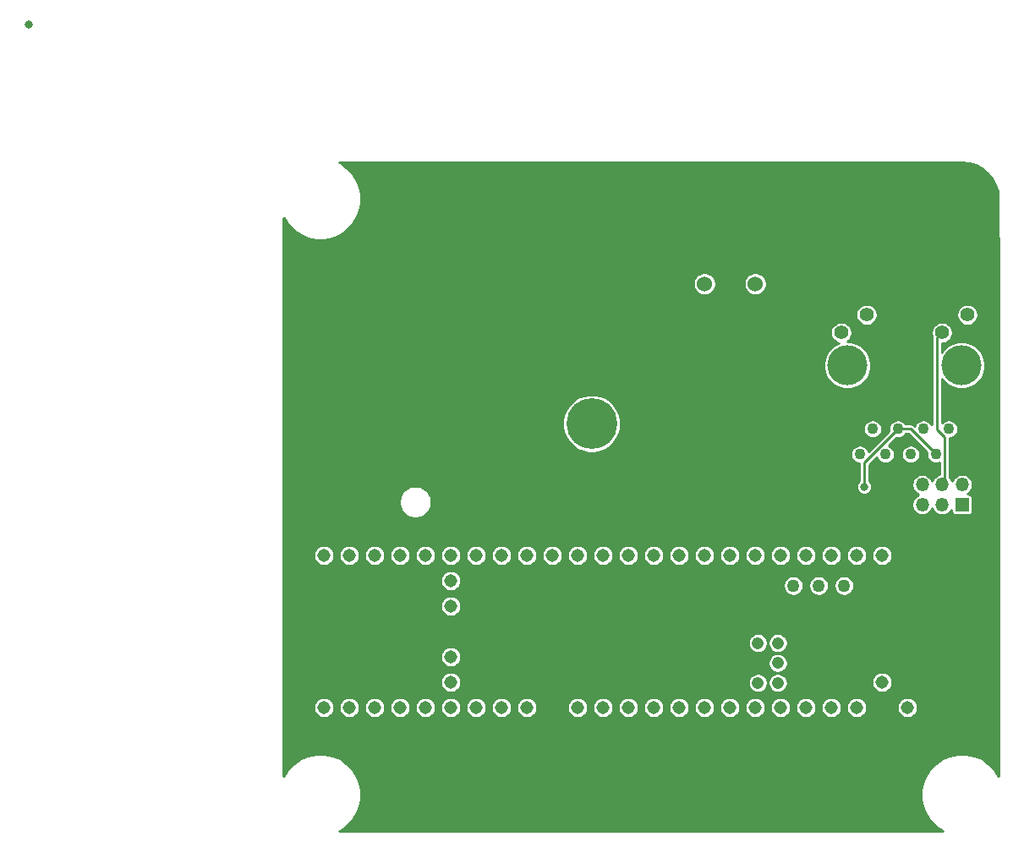
<source format=gbr>
%TF.GenerationSoftware,KiCad,Pcbnew,(5.1.10)-1*%
%TF.CreationDate,2021-12-04T17:03:40-06:00*%
%TF.ProjectId,blackbox_rev1,626c6163-6b62-46f7-985f-726576312e6b,rev?*%
%TF.SameCoordinates,Original*%
%TF.FileFunction,Copper,L2,Bot*%
%TF.FilePolarity,Positive*%
%FSLAX46Y46*%
G04 Gerber Fmt 4.6, Leading zero omitted, Abs format (unit mm)*
G04 Created by KiCad (PCBNEW (5.1.10)-1) date 2021-12-04 17:03:40*
%MOMM*%
%LPD*%
G01*
G04 APERTURE LIST*
%TA.AperFunction,ComponentPad*%
%ADD10C,1.308000*%
%TD*%
%TA.AperFunction,ComponentPad*%
%ADD11C,1.258000*%
%TD*%
%TA.AperFunction,ComponentPad*%
%ADD12C,1.208000*%
%TD*%
%TA.AperFunction,ComponentPad*%
%ADD13O,1.350000X1.350000*%
%TD*%
%TA.AperFunction,ComponentPad*%
%ADD14R,1.350000X1.350000*%
%TD*%
%TA.AperFunction,ComponentPad*%
%ADD15C,1.524000*%
%TD*%
%TA.AperFunction,ComponentPad*%
%ADD16C,1.100000*%
%TD*%
%TA.AperFunction,ComponentPad*%
%ADD17C,4.000000*%
%TD*%
%TA.AperFunction,ComponentPad*%
%ADD18C,1.400000*%
%TD*%
%TA.AperFunction,ComponentPad*%
%ADD19C,2.000000*%
%TD*%
%TA.AperFunction,ComponentPad*%
%ADD20C,5.080000*%
%TD*%
%TA.AperFunction,ViaPad*%
%ADD21C,0.800000*%
%TD*%
%TA.AperFunction,Conductor*%
%ADD22C,0.250000*%
%TD*%
%TA.AperFunction,Conductor*%
%ADD23C,0.254000*%
%TD*%
%TA.AperFunction,Conductor*%
%ADD24C,0.100000*%
%TD*%
G04 APERTURE END LIST*
D10*
%TO.P,U1,23*%
%TO.N,Net-(U1-Pad23)*%
X107061000Y-77597000D03*
%TO.P,U1,37*%
%TO.N,Net-(U1-Pad37)*%
X66421000Y-77597000D03*
%TO.P,U1,30*%
%TO.N,Net-(U1-Pad30)*%
X61341000Y-62357000D03*
%TO.P,U1,13*%
%TO.N,Net-(U1-Pad13)*%
X81661000Y-77597000D03*
%TO.P,U1,3.3V_1*%
%TO.N,+3V3*%
X79121000Y-62357000D03*
%TO.P,U1,26*%
%TO.N,Net-(U1-Pad26)*%
X71501000Y-62357000D03*
%TO.P,U1,16*%
%TO.N,Net-(U1-Pad16)*%
X89281000Y-77597000D03*
%TO.P,U1,2*%
%TO.N,Net-(U1-Pad2)*%
X107061000Y-62357000D03*
%TO.P,U1,25*%
%TO.N,Net-(U1-Pad25)*%
X74041000Y-62357000D03*
%TO.P,U1,22*%
%TO.N,Net-(U1-Pad22)*%
X104521000Y-77597000D03*
%TO.P,U1,7*%
%TO.N,Net-(U1-Pad7)*%
X94361000Y-62357000D03*
%TO.P,U1,5*%
%TO.N,Net-(U1-Pad5)*%
X99441000Y-62357000D03*
%TO.P,U1,17*%
%TO.N,Net-(U1-Pad17)*%
X91821000Y-77597000D03*
%TO.P,U1,14*%
%TO.N,Net-(U1-Pad14)*%
X84201000Y-77597000D03*
D11*
%TO.P,U1,USB_GND2*%
%TO.N,GND*%
X98171000Y-65407000D03*
D10*
%TO.P,U1,33*%
%TO.N,Net-(U1-Pad33)*%
X56261000Y-77597000D03*
%TO.P,U1,27*%
%TO.N,Net-(U1-Pad27)*%
X68961000Y-62357000D03*
%TO.P,U1,34*%
%TO.N,Net-(U1-Pad34)*%
X58801000Y-77597000D03*
%TO.P,U1,12*%
%TO.N,Net-(U1-Pad12)*%
X81661000Y-62357000D03*
%TO.P,U1,10*%
%TO.N,Net-(U1-Pad10)*%
X86741000Y-62357000D03*
%TO.P,U1,6*%
%TO.N,Net-(U1-Pad6)*%
X96901000Y-62357000D03*
D11*
%TO.P,U1,USB_GND1*%
%TO.N,GND*%
X100711000Y-65407000D03*
D10*
%TO.P,U1,4*%
%TO.N,Net-(U1-Pad4)*%
X101981000Y-62357000D03*
%TO.P,U1,40*%
%TO.N,Net-(U1-Pad40)*%
X74041000Y-77597000D03*
%TO.P,U1,36*%
%TO.N,Net-(U1-Pad36)*%
X63881000Y-77597000D03*
D12*
%TO.P,U1,T-*%
%TO.N,N/C*%
X101711000Y-71147000D03*
D10*
%TO.P,U1,8*%
%TO.N,Net-(U1-Pad8)*%
X91821000Y-62357000D03*
%TO.P,U1,18*%
%TO.N,Net-(U1-Pad18)*%
X94361000Y-77597000D03*
%TO.P,U1,38*%
%TO.N,Net-(U1-Pad38)*%
X68961000Y-77597000D03*
%TO.P,U1,29*%
%TO.N,Net-(U1-Pad29)*%
X63881000Y-62357000D03*
%TO.P,U1,32*%
%TO.N,Net-(U1-Pad32)*%
X56261000Y-62357000D03*
%TO.P,U1,24*%
%TO.N,Net-(U1-Pad24)*%
X76581000Y-62357000D03*
%TO.P,U1,28*%
%TO.N,Net-(U1-Pad28)*%
X66421000Y-62357000D03*
%TO.P,U1,20*%
%TO.N,Net-(U1-Pad20)*%
X99441000Y-77597000D03*
%TO.P,U1,19*%
%TO.N,Net-(U1-Pad19)*%
X96901000Y-77597000D03*
D11*
%TO.P,U1,D+*%
%TO.N,Net-(U1-PadD+)*%
X103251000Y-65407000D03*
D10*
%TO.P,U1,11*%
%TO.N,Net-(U1-Pad11)*%
X84201000Y-62357000D03*
%TO.P,U1,41*%
%TO.N,Net-(U1-Pad41)*%
X76581000Y-77597000D03*
D12*
%TO.P,U1,LED*%
%TO.N,Net-(U1-PadLED)*%
X101711000Y-73147000D03*
D10*
%TO.P,U1,35*%
%TO.N,Net-(U1-Pad35)*%
X61341000Y-77597000D03*
%TO.P,U1,GND3*%
%TO.N,GND*%
X112141000Y-77597000D03*
%TO.P,U1,15*%
%TO.N,Net-(U1-Pad15)*%
X86741000Y-77597000D03*
D11*
%TO.P,U1,D-*%
%TO.N,N/C*%
X105791000Y-65407000D03*
D10*
%TO.P,U1,1*%
%TO.N,Net-(U1-Pad1)*%
X109601000Y-62357000D03*
D11*
%TO.P,U1,5V*%
%TO.N,Net-(U1-Pad5V)*%
X108331000Y-65407000D03*
D10*
%TO.P,U1,3.3V_2*%
%TO.N,+3V3*%
X109601000Y-77597000D03*
%TO.P,U1,21*%
%TO.N,Net-(U1-Pad21)*%
X101981000Y-77597000D03*
%TO.P,U1,3*%
%TO.N,Net-(U1-Pad3)*%
X104521000Y-62357000D03*
%TO.P,U1,39*%
%TO.N,Net-(U1-Pad39)*%
X71501000Y-77597000D03*
%TO.P,U1,31*%
%TO.N,Net-(U1-Pad31)*%
X58801000Y-62357000D03*
%TO.P,U1,9*%
%TO.N,Net-(U1-Pad9)*%
X89281000Y-62357000D03*
%TO.P,U1,VIN*%
%TO.N,Net-(U1-PadVIN)*%
X114681000Y-77597000D03*
%TO.P,U1,GND4*%
%TO.N,GND*%
X68961000Y-69977000D03*
D12*
%TO.P,U1,GND5*%
X99711000Y-73147000D03*
D10*
%TO.P,U1,PROGRAM*%
%TO.N,Net-(U1-PadPROGRAM)*%
X68961000Y-72517000D03*
%TO.P,U1,VUSB*%
%TO.N,Net-(U1-PadVUSB)*%
X112141000Y-75057000D03*
%TO.P,U1,3.3V_3*%
%TO.N,+3V3*%
X68961000Y-67437000D03*
%TO.P,U1,0*%
%TO.N,Net-(U1-Pad0)*%
X112141000Y-62357000D03*
D12*
%TO.P,U1,R+*%
%TO.N,Net-(U1-PadR+)*%
X101711000Y-75147000D03*
D10*
%TO.P,U1,ON/OFF*%
%TO.N,Net-(U1-PadON/OFF)*%
X68961000Y-75057000D03*
D12*
%TO.P,U1,T+*%
%TO.N,Net-(U1-PadT+)*%
X99711000Y-71147000D03*
%TO.P,U1,R-*%
%TO.N,N/C*%
X99711000Y-75147000D03*
D10*
%TO.P,U1,GND2*%
%TO.N,GND*%
X79121000Y-77597000D03*
%TO.P,U1,VBAT*%
%TO.N,+3.3VP*%
X68961000Y-64897000D03*
%TO.P,U1,GND1*%
%TO.N,GND*%
X114681000Y-62357000D03*
%TD*%
D13*
%TO.P,Conn2,6*%
%TO.N,Net-(Conn2-Pad6)*%
X116160800Y-55295800D03*
%TO.P,Conn2,5*%
%TO.N,Net-(Conn2-Pad5)*%
X116160800Y-57295800D03*
%TO.P,Conn2,4*%
%TO.N,Net-(Conn2-Pad4)*%
X118160800Y-55295800D03*
%TO.P,Conn2,3*%
%TO.N,Net-(C3-Pad2)*%
X118160800Y-57295800D03*
%TO.P,Conn2,2*%
%TO.N,Net-(Conn2-Pad2)*%
X120160800Y-55295800D03*
D14*
%TO.P,Conn2,1*%
%TO.N,Net-(Conn2-Pad1)*%
X120160800Y-57295800D03*
%TD*%
D15*
%TO.P,U2,3*%
%TO.N,+3V3*%
X99441000Y-35179000D03*
%TO.P,U2,2*%
%TO.N,GND*%
X96901000Y-35179000D03*
%TO.P,U2,1*%
%TO.N,+12V*%
X94361000Y-35179000D03*
%TD*%
D16*
%TO.P,J1,8*%
%TO.N,Net-(C3-Pad2)*%
X109929200Y-52243000D03*
%TO.P,J1,6*%
%TO.N,Net-(Conn2-Pad5)*%
X112469200Y-52243000D03*
%TO.P,J1,4*%
%TO.N,Net-(Conn2-Pad6)*%
X115009200Y-52243000D03*
%TO.P,J1,2*%
%TO.N,Net-(C3-Pad1)*%
X117549200Y-52243000D03*
%TO.P,J1,7*%
%TO.N,Net-(J1-Pad7)*%
X111199200Y-49703000D03*
%TO.P,J1,5*%
%TO.N,Net-(C3-Pad1)*%
X113739200Y-49703000D03*
%TO.P,J1,3*%
%TO.N,Net-(Conn2-Pad2)*%
X116279200Y-49703000D03*
%TO.P,J1,1*%
%TO.N,Net-(Conn2-Pad1)*%
X118819200Y-49703000D03*
D17*
%TO.P,J1,14*%
%TO.N,N/C*%
X108659200Y-43353000D03*
%TO.P,J1,13*%
X120089200Y-43353000D03*
D18*
%TO.P,J1,11*%
%TO.N,Net-(J1-Pad11)*%
X110589200Y-38273000D03*
%TO.P,J1,10*%
%TO.N,Net-(Conn2-Pad4)*%
X118159200Y-40063000D03*
%TO.P,J1,12*%
%TO.N,Net-(J1-Pad12)*%
X108049200Y-40063000D03*
%TO.P,J1,9*%
%TO.N,Net-(C3-Pad2)*%
X120699200Y-38273000D03*
D19*
%TO.P,J1,15*%
%TO.N,GND*%
X122249200Y-46403000D03*
%TO.P,J1,16*%
X106499200Y-46403000D03*
%TD*%
D20*
%TO.P,Conn1,1*%
%TO.N,GND*%
X75184000Y-49174400D03*
%TO.P,Conn1,2*%
%TO.N,+12V*%
X83058000Y-49174400D03*
%TD*%
D21*
%TO.N,*%
X26670000Y-9194800D03*
%TO.N,GND*%
X72898000Y-65405000D03*
%TO.N,Net-(C3-Pad1)*%
X110363000Y-55499000D03*
%TD*%
D22*
%TO.N,Net-(C3-Pad1)*%
X115009200Y-49703000D02*
X117549200Y-52243000D01*
X113739200Y-49703000D02*
X115009200Y-49703000D01*
X113739200Y-49703000D02*
X110363000Y-53079200D01*
X110363000Y-53079200D02*
X110363000Y-55499000D01*
%TO.N,Net-(Conn2-Pad4)*%
X118424201Y-50552999D02*
X117602000Y-49730798D01*
X118424201Y-55032399D02*
X118424201Y-50552999D01*
X118160800Y-55295800D02*
X118424201Y-55032399D01*
X117602000Y-40620200D02*
X118159200Y-40063000D01*
X117602000Y-49730798D02*
X117602000Y-40620200D01*
%TD*%
D23*
%TO.N,GND*%
X120852128Y-23083575D02*
X121535215Y-23289811D01*
X122165230Y-23624796D01*
X122718180Y-24075772D01*
X123173008Y-24625564D01*
X123512380Y-25253220D01*
X123704637Y-25874302D01*
X123800001Y-35030444D01*
X123800000Y-84476854D01*
X123775550Y-84417827D01*
X123326833Y-83746275D01*
X122755725Y-83175167D01*
X122084173Y-82726450D01*
X121337984Y-82417368D01*
X120545834Y-82259800D01*
X119738166Y-82259800D01*
X118946016Y-82417368D01*
X118199827Y-82726450D01*
X117528275Y-83175167D01*
X116957167Y-83746275D01*
X116508450Y-84417827D01*
X116199368Y-85164016D01*
X116041800Y-85956166D01*
X116041800Y-86763834D01*
X116199368Y-87555984D01*
X116508450Y-88302173D01*
X116957167Y-88973725D01*
X117528275Y-89544833D01*
X118199827Y-89993550D01*
X118258854Y-90018000D01*
X57763146Y-90018000D01*
X57822173Y-89993550D01*
X58493725Y-89544833D01*
X59064833Y-88973725D01*
X59513550Y-88302173D01*
X59822632Y-87555984D01*
X59980200Y-86763834D01*
X59980200Y-85956166D01*
X59822632Y-85164016D01*
X59513550Y-84417827D01*
X59064833Y-83746275D01*
X58493725Y-83175167D01*
X57822173Y-82726450D01*
X57075984Y-82417368D01*
X56283834Y-82259800D01*
X55476166Y-82259800D01*
X54684016Y-82417368D01*
X53937827Y-82726450D01*
X53266275Y-83175167D01*
X52695167Y-83746275D01*
X52246450Y-84417827D01*
X52222000Y-84476854D01*
X52222000Y-77495061D01*
X55226000Y-77495061D01*
X55226000Y-77698939D01*
X55265774Y-77898898D01*
X55343795Y-78087256D01*
X55457063Y-78256774D01*
X55601226Y-78400937D01*
X55770744Y-78514205D01*
X55959102Y-78592226D01*
X56159061Y-78632000D01*
X56362939Y-78632000D01*
X56562898Y-78592226D01*
X56751256Y-78514205D01*
X56920774Y-78400937D01*
X57064937Y-78256774D01*
X57178205Y-78087256D01*
X57256226Y-77898898D01*
X57296000Y-77698939D01*
X57296000Y-77495061D01*
X57766000Y-77495061D01*
X57766000Y-77698939D01*
X57805774Y-77898898D01*
X57883795Y-78087256D01*
X57997063Y-78256774D01*
X58141226Y-78400937D01*
X58310744Y-78514205D01*
X58499102Y-78592226D01*
X58699061Y-78632000D01*
X58902939Y-78632000D01*
X59102898Y-78592226D01*
X59291256Y-78514205D01*
X59460774Y-78400937D01*
X59604937Y-78256774D01*
X59718205Y-78087256D01*
X59796226Y-77898898D01*
X59836000Y-77698939D01*
X59836000Y-77495061D01*
X60306000Y-77495061D01*
X60306000Y-77698939D01*
X60345774Y-77898898D01*
X60423795Y-78087256D01*
X60537063Y-78256774D01*
X60681226Y-78400937D01*
X60850744Y-78514205D01*
X61039102Y-78592226D01*
X61239061Y-78632000D01*
X61442939Y-78632000D01*
X61642898Y-78592226D01*
X61831256Y-78514205D01*
X62000774Y-78400937D01*
X62144937Y-78256774D01*
X62258205Y-78087256D01*
X62336226Y-77898898D01*
X62376000Y-77698939D01*
X62376000Y-77495061D01*
X62846000Y-77495061D01*
X62846000Y-77698939D01*
X62885774Y-77898898D01*
X62963795Y-78087256D01*
X63077063Y-78256774D01*
X63221226Y-78400937D01*
X63390744Y-78514205D01*
X63579102Y-78592226D01*
X63779061Y-78632000D01*
X63982939Y-78632000D01*
X64182898Y-78592226D01*
X64371256Y-78514205D01*
X64540774Y-78400937D01*
X64684937Y-78256774D01*
X64798205Y-78087256D01*
X64876226Y-77898898D01*
X64916000Y-77698939D01*
X64916000Y-77495061D01*
X65386000Y-77495061D01*
X65386000Y-77698939D01*
X65425774Y-77898898D01*
X65503795Y-78087256D01*
X65617063Y-78256774D01*
X65761226Y-78400937D01*
X65930744Y-78514205D01*
X66119102Y-78592226D01*
X66319061Y-78632000D01*
X66522939Y-78632000D01*
X66722898Y-78592226D01*
X66911256Y-78514205D01*
X67080774Y-78400937D01*
X67224937Y-78256774D01*
X67338205Y-78087256D01*
X67416226Y-77898898D01*
X67456000Y-77698939D01*
X67456000Y-77495061D01*
X67926000Y-77495061D01*
X67926000Y-77698939D01*
X67965774Y-77898898D01*
X68043795Y-78087256D01*
X68157063Y-78256774D01*
X68301226Y-78400937D01*
X68470744Y-78514205D01*
X68659102Y-78592226D01*
X68859061Y-78632000D01*
X69062939Y-78632000D01*
X69262898Y-78592226D01*
X69451256Y-78514205D01*
X69620774Y-78400937D01*
X69764937Y-78256774D01*
X69878205Y-78087256D01*
X69956226Y-77898898D01*
X69996000Y-77698939D01*
X69996000Y-77495061D01*
X70466000Y-77495061D01*
X70466000Y-77698939D01*
X70505774Y-77898898D01*
X70583795Y-78087256D01*
X70697063Y-78256774D01*
X70841226Y-78400937D01*
X71010744Y-78514205D01*
X71199102Y-78592226D01*
X71399061Y-78632000D01*
X71602939Y-78632000D01*
X71802898Y-78592226D01*
X71991256Y-78514205D01*
X72160774Y-78400937D01*
X72304937Y-78256774D01*
X72418205Y-78087256D01*
X72496226Y-77898898D01*
X72536000Y-77698939D01*
X72536000Y-77495061D01*
X73006000Y-77495061D01*
X73006000Y-77698939D01*
X73045774Y-77898898D01*
X73123795Y-78087256D01*
X73237063Y-78256774D01*
X73381226Y-78400937D01*
X73550744Y-78514205D01*
X73739102Y-78592226D01*
X73939061Y-78632000D01*
X74142939Y-78632000D01*
X74342898Y-78592226D01*
X74531256Y-78514205D01*
X74700774Y-78400937D01*
X74844937Y-78256774D01*
X74958205Y-78087256D01*
X75036226Y-77898898D01*
X75076000Y-77698939D01*
X75076000Y-77495061D01*
X75546000Y-77495061D01*
X75546000Y-77698939D01*
X75585774Y-77898898D01*
X75663795Y-78087256D01*
X75777063Y-78256774D01*
X75921226Y-78400937D01*
X76090744Y-78514205D01*
X76279102Y-78592226D01*
X76479061Y-78632000D01*
X76682939Y-78632000D01*
X76882898Y-78592226D01*
X77071256Y-78514205D01*
X77240774Y-78400937D01*
X77384937Y-78256774D01*
X77498205Y-78087256D01*
X77576226Y-77898898D01*
X77616000Y-77698939D01*
X77616000Y-77495061D01*
X80626000Y-77495061D01*
X80626000Y-77698939D01*
X80665774Y-77898898D01*
X80743795Y-78087256D01*
X80857063Y-78256774D01*
X81001226Y-78400937D01*
X81170744Y-78514205D01*
X81359102Y-78592226D01*
X81559061Y-78632000D01*
X81762939Y-78632000D01*
X81962898Y-78592226D01*
X82151256Y-78514205D01*
X82320774Y-78400937D01*
X82464937Y-78256774D01*
X82578205Y-78087256D01*
X82656226Y-77898898D01*
X82696000Y-77698939D01*
X82696000Y-77495061D01*
X83166000Y-77495061D01*
X83166000Y-77698939D01*
X83205774Y-77898898D01*
X83283795Y-78087256D01*
X83397063Y-78256774D01*
X83541226Y-78400937D01*
X83710744Y-78514205D01*
X83899102Y-78592226D01*
X84099061Y-78632000D01*
X84302939Y-78632000D01*
X84502898Y-78592226D01*
X84691256Y-78514205D01*
X84860774Y-78400937D01*
X85004937Y-78256774D01*
X85118205Y-78087256D01*
X85196226Y-77898898D01*
X85236000Y-77698939D01*
X85236000Y-77495061D01*
X85706000Y-77495061D01*
X85706000Y-77698939D01*
X85745774Y-77898898D01*
X85823795Y-78087256D01*
X85937063Y-78256774D01*
X86081226Y-78400937D01*
X86250744Y-78514205D01*
X86439102Y-78592226D01*
X86639061Y-78632000D01*
X86842939Y-78632000D01*
X87042898Y-78592226D01*
X87231256Y-78514205D01*
X87400774Y-78400937D01*
X87544937Y-78256774D01*
X87658205Y-78087256D01*
X87736226Y-77898898D01*
X87776000Y-77698939D01*
X87776000Y-77495061D01*
X88246000Y-77495061D01*
X88246000Y-77698939D01*
X88285774Y-77898898D01*
X88363795Y-78087256D01*
X88477063Y-78256774D01*
X88621226Y-78400937D01*
X88790744Y-78514205D01*
X88979102Y-78592226D01*
X89179061Y-78632000D01*
X89382939Y-78632000D01*
X89582898Y-78592226D01*
X89771256Y-78514205D01*
X89940774Y-78400937D01*
X90084937Y-78256774D01*
X90198205Y-78087256D01*
X90276226Y-77898898D01*
X90316000Y-77698939D01*
X90316000Y-77495061D01*
X90786000Y-77495061D01*
X90786000Y-77698939D01*
X90825774Y-77898898D01*
X90903795Y-78087256D01*
X91017063Y-78256774D01*
X91161226Y-78400937D01*
X91330744Y-78514205D01*
X91519102Y-78592226D01*
X91719061Y-78632000D01*
X91922939Y-78632000D01*
X92122898Y-78592226D01*
X92311256Y-78514205D01*
X92480774Y-78400937D01*
X92624937Y-78256774D01*
X92738205Y-78087256D01*
X92816226Y-77898898D01*
X92856000Y-77698939D01*
X92856000Y-77495061D01*
X93326000Y-77495061D01*
X93326000Y-77698939D01*
X93365774Y-77898898D01*
X93443795Y-78087256D01*
X93557063Y-78256774D01*
X93701226Y-78400937D01*
X93870744Y-78514205D01*
X94059102Y-78592226D01*
X94259061Y-78632000D01*
X94462939Y-78632000D01*
X94662898Y-78592226D01*
X94851256Y-78514205D01*
X95020774Y-78400937D01*
X95164937Y-78256774D01*
X95278205Y-78087256D01*
X95356226Y-77898898D01*
X95396000Y-77698939D01*
X95396000Y-77495061D01*
X95866000Y-77495061D01*
X95866000Y-77698939D01*
X95905774Y-77898898D01*
X95983795Y-78087256D01*
X96097063Y-78256774D01*
X96241226Y-78400937D01*
X96410744Y-78514205D01*
X96599102Y-78592226D01*
X96799061Y-78632000D01*
X97002939Y-78632000D01*
X97202898Y-78592226D01*
X97391256Y-78514205D01*
X97560774Y-78400937D01*
X97704937Y-78256774D01*
X97818205Y-78087256D01*
X97896226Y-77898898D01*
X97936000Y-77698939D01*
X97936000Y-77495061D01*
X98406000Y-77495061D01*
X98406000Y-77698939D01*
X98445774Y-77898898D01*
X98523795Y-78087256D01*
X98637063Y-78256774D01*
X98781226Y-78400937D01*
X98950744Y-78514205D01*
X99139102Y-78592226D01*
X99339061Y-78632000D01*
X99542939Y-78632000D01*
X99742898Y-78592226D01*
X99931256Y-78514205D01*
X100100774Y-78400937D01*
X100244937Y-78256774D01*
X100358205Y-78087256D01*
X100436226Y-77898898D01*
X100476000Y-77698939D01*
X100476000Y-77495061D01*
X100946000Y-77495061D01*
X100946000Y-77698939D01*
X100985774Y-77898898D01*
X101063795Y-78087256D01*
X101177063Y-78256774D01*
X101321226Y-78400937D01*
X101490744Y-78514205D01*
X101679102Y-78592226D01*
X101879061Y-78632000D01*
X102082939Y-78632000D01*
X102282898Y-78592226D01*
X102471256Y-78514205D01*
X102640774Y-78400937D01*
X102784937Y-78256774D01*
X102898205Y-78087256D01*
X102976226Y-77898898D01*
X103016000Y-77698939D01*
X103016000Y-77495061D01*
X103486000Y-77495061D01*
X103486000Y-77698939D01*
X103525774Y-77898898D01*
X103603795Y-78087256D01*
X103717063Y-78256774D01*
X103861226Y-78400937D01*
X104030744Y-78514205D01*
X104219102Y-78592226D01*
X104419061Y-78632000D01*
X104622939Y-78632000D01*
X104822898Y-78592226D01*
X105011256Y-78514205D01*
X105180774Y-78400937D01*
X105324937Y-78256774D01*
X105438205Y-78087256D01*
X105516226Y-77898898D01*
X105556000Y-77698939D01*
X105556000Y-77495061D01*
X106026000Y-77495061D01*
X106026000Y-77698939D01*
X106065774Y-77898898D01*
X106143795Y-78087256D01*
X106257063Y-78256774D01*
X106401226Y-78400937D01*
X106570744Y-78514205D01*
X106759102Y-78592226D01*
X106959061Y-78632000D01*
X107162939Y-78632000D01*
X107362898Y-78592226D01*
X107551256Y-78514205D01*
X107720774Y-78400937D01*
X107864937Y-78256774D01*
X107978205Y-78087256D01*
X108056226Y-77898898D01*
X108096000Y-77698939D01*
X108096000Y-77495061D01*
X108566000Y-77495061D01*
X108566000Y-77698939D01*
X108605774Y-77898898D01*
X108683795Y-78087256D01*
X108797063Y-78256774D01*
X108941226Y-78400937D01*
X109110744Y-78514205D01*
X109299102Y-78592226D01*
X109499061Y-78632000D01*
X109702939Y-78632000D01*
X109902898Y-78592226D01*
X110091256Y-78514205D01*
X110260774Y-78400937D01*
X110404937Y-78256774D01*
X110518205Y-78087256D01*
X110596226Y-77898898D01*
X110636000Y-77698939D01*
X110636000Y-77495061D01*
X113646000Y-77495061D01*
X113646000Y-77698939D01*
X113685774Y-77898898D01*
X113763795Y-78087256D01*
X113877063Y-78256774D01*
X114021226Y-78400937D01*
X114190744Y-78514205D01*
X114379102Y-78592226D01*
X114579061Y-78632000D01*
X114782939Y-78632000D01*
X114982898Y-78592226D01*
X115171256Y-78514205D01*
X115340774Y-78400937D01*
X115484937Y-78256774D01*
X115598205Y-78087256D01*
X115676226Y-77898898D01*
X115716000Y-77698939D01*
X115716000Y-77495061D01*
X115676226Y-77295102D01*
X115598205Y-77106744D01*
X115484937Y-76937226D01*
X115340774Y-76793063D01*
X115171256Y-76679795D01*
X114982898Y-76601774D01*
X114782939Y-76562000D01*
X114579061Y-76562000D01*
X114379102Y-76601774D01*
X114190744Y-76679795D01*
X114021226Y-76793063D01*
X113877063Y-76937226D01*
X113763795Y-77106744D01*
X113685774Y-77295102D01*
X113646000Y-77495061D01*
X110636000Y-77495061D01*
X110596226Y-77295102D01*
X110518205Y-77106744D01*
X110404937Y-76937226D01*
X110260774Y-76793063D01*
X110091256Y-76679795D01*
X109902898Y-76601774D01*
X109702939Y-76562000D01*
X109499061Y-76562000D01*
X109299102Y-76601774D01*
X109110744Y-76679795D01*
X108941226Y-76793063D01*
X108797063Y-76937226D01*
X108683795Y-77106744D01*
X108605774Y-77295102D01*
X108566000Y-77495061D01*
X108096000Y-77495061D01*
X108056226Y-77295102D01*
X107978205Y-77106744D01*
X107864937Y-76937226D01*
X107720774Y-76793063D01*
X107551256Y-76679795D01*
X107362898Y-76601774D01*
X107162939Y-76562000D01*
X106959061Y-76562000D01*
X106759102Y-76601774D01*
X106570744Y-76679795D01*
X106401226Y-76793063D01*
X106257063Y-76937226D01*
X106143795Y-77106744D01*
X106065774Y-77295102D01*
X106026000Y-77495061D01*
X105556000Y-77495061D01*
X105516226Y-77295102D01*
X105438205Y-77106744D01*
X105324937Y-76937226D01*
X105180774Y-76793063D01*
X105011256Y-76679795D01*
X104822898Y-76601774D01*
X104622939Y-76562000D01*
X104419061Y-76562000D01*
X104219102Y-76601774D01*
X104030744Y-76679795D01*
X103861226Y-76793063D01*
X103717063Y-76937226D01*
X103603795Y-77106744D01*
X103525774Y-77295102D01*
X103486000Y-77495061D01*
X103016000Y-77495061D01*
X102976226Y-77295102D01*
X102898205Y-77106744D01*
X102784937Y-76937226D01*
X102640774Y-76793063D01*
X102471256Y-76679795D01*
X102282898Y-76601774D01*
X102082939Y-76562000D01*
X101879061Y-76562000D01*
X101679102Y-76601774D01*
X101490744Y-76679795D01*
X101321226Y-76793063D01*
X101177063Y-76937226D01*
X101063795Y-77106744D01*
X100985774Y-77295102D01*
X100946000Y-77495061D01*
X100476000Y-77495061D01*
X100436226Y-77295102D01*
X100358205Y-77106744D01*
X100244937Y-76937226D01*
X100100774Y-76793063D01*
X99931256Y-76679795D01*
X99742898Y-76601774D01*
X99542939Y-76562000D01*
X99339061Y-76562000D01*
X99139102Y-76601774D01*
X98950744Y-76679795D01*
X98781226Y-76793063D01*
X98637063Y-76937226D01*
X98523795Y-77106744D01*
X98445774Y-77295102D01*
X98406000Y-77495061D01*
X97936000Y-77495061D01*
X97896226Y-77295102D01*
X97818205Y-77106744D01*
X97704937Y-76937226D01*
X97560774Y-76793063D01*
X97391256Y-76679795D01*
X97202898Y-76601774D01*
X97002939Y-76562000D01*
X96799061Y-76562000D01*
X96599102Y-76601774D01*
X96410744Y-76679795D01*
X96241226Y-76793063D01*
X96097063Y-76937226D01*
X95983795Y-77106744D01*
X95905774Y-77295102D01*
X95866000Y-77495061D01*
X95396000Y-77495061D01*
X95356226Y-77295102D01*
X95278205Y-77106744D01*
X95164937Y-76937226D01*
X95020774Y-76793063D01*
X94851256Y-76679795D01*
X94662898Y-76601774D01*
X94462939Y-76562000D01*
X94259061Y-76562000D01*
X94059102Y-76601774D01*
X93870744Y-76679795D01*
X93701226Y-76793063D01*
X93557063Y-76937226D01*
X93443795Y-77106744D01*
X93365774Y-77295102D01*
X93326000Y-77495061D01*
X92856000Y-77495061D01*
X92816226Y-77295102D01*
X92738205Y-77106744D01*
X92624937Y-76937226D01*
X92480774Y-76793063D01*
X92311256Y-76679795D01*
X92122898Y-76601774D01*
X91922939Y-76562000D01*
X91719061Y-76562000D01*
X91519102Y-76601774D01*
X91330744Y-76679795D01*
X91161226Y-76793063D01*
X91017063Y-76937226D01*
X90903795Y-77106744D01*
X90825774Y-77295102D01*
X90786000Y-77495061D01*
X90316000Y-77495061D01*
X90276226Y-77295102D01*
X90198205Y-77106744D01*
X90084937Y-76937226D01*
X89940774Y-76793063D01*
X89771256Y-76679795D01*
X89582898Y-76601774D01*
X89382939Y-76562000D01*
X89179061Y-76562000D01*
X88979102Y-76601774D01*
X88790744Y-76679795D01*
X88621226Y-76793063D01*
X88477063Y-76937226D01*
X88363795Y-77106744D01*
X88285774Y-77295102D01*
X88246000Y-77495061D01*
X87776000Y-77495061D01*
X87736226Y-77295102D01*
X87658205Y-77106744D01*
X87544937Y-76937226D01*
X87400774Y-76793063D01*
X87231256Y-76679795D01*
X87042898Y-76601774D01*
X86842939Y-76562000D01*
X86639061Y-76562000D01*
X86439102Y-76601774D01*
X86250744Y-76679795D01*
X86081226Y-76793063D01*
X85937063Y-76937226D01*
X85823795Y-77106744D01*
X85745774Y-77295102D01*
X85706000Y-77495061D01*
X85236000Y-77495061D01*
X85196226Y-77295102D01*
X85118205Y-77106744D01*
X85004937Y-76937226D01*
X84860774Y-76793063D01*
X84691256Y-76679795D01*
X84502898Y-76601774D01*
X84302939Y-76562000D01*
X84099061Y-76562000D01*
X83899102Y-76601774D01*
X83710744Y-76679795D01*
X83541226Y-76793063D01*
X83397063Y-76937226D01*
X83283795Y-77106744D01*
X83205774Y-77295102D01*
X83166000Y-77495061D01*
X82696000Y-77495061D01*
X82656226Y-77295102D01*
X82578205Y-77106744D01*
X82464937Y-76937226D01*
X82320774Y-76793063D01*
X82151256Y-76679795D01*
X81962898Y-76601774D01*
X81762939Y-76562000D01*
X81559061Y-76562000D01*
X81359102Y-76601774D01*
X81170744Y-76679795D01*
X81001226Y-76793063D01*
X80857063Y-76937226D01*
X80743795Y-77106744D01*
X80665774Y-77295102D01*
X80626000Y-77495061D01*
X77616000Y-77495061D01*
X77576226Y-77295102D01*
X77498205Y-77106744D01*
X77384937Y-76937226D01*
X77240774Y-76793063D01*
X77071256Y-76679795D01*
X76882898Y-76601774D01*
X76682939Y-76562000D01*
X76479061Y-76562000D01*
X76279102Y-76601774D01*
X76090744Y-76679795D01*
X75921226Y-76793063D01*
X75777063Y-76937226D01*
X75663795Y-77106744D01*
X75585774Y-77295102D01*
X75546000Y-77495061D01*
X75076000Y-77495061D01*
X75036226Y-77295102D01*
X74958205Y-77106744D01*
X74844937Y-76937226D01*
X74700774Y-76793063D01*
X74531256Y-76679795D01*
X74342898Y-76601774D01*
X74142939Y-76562000D01*
X73939061Y-76562000D01*
X73739102Y-76601774D01*
X73550744Y-76679795D01*
X73381226Y-76793063D01*
X73237063Y-76937226D01*
X73123795Y-77106744D01*
X73045774Y-77295102D01*
X73006000Y-77495061D01*
X72536000Y-77495061D01*
X72496226Y-77295102D01*
X72418205Y-77106744D01*
X72304937Y-76937226D01*
X72160774Y-76793063D01*
X71991256Y-76679795D01*
X71802898Y-76601774D01*
X71602939Y-76562000D01*
X71399061Y-76562000D01*
X71199102Y-76601774D01*
X71010744Y-76679795D01*
X70841226Y-76793063D01*
X70697063Y-76937226D01*
X70583795Y-77106744D01*
X70505774Y-77295102D01*
X70466000Y-77495061D01*
X69996000Y-77495061D01*
X69956226Y-77295102D01*
X69878205Y-77106744D01*
X69764937Y-76937226D01*
X69620774Y-76793063D01*
X69451256Y-76679795D01*
X69262898Y-76601774D01*
X69062939Y-76562000D01*
X68859061Y-76562000D01*
X68659102Y-76601774D01*
X68470744Y-76679795D01*
X68301226Y-76793063D01*
X68157063Y-76937226D01*
X68043795Y-77106744D01*
X67965774Y-77295102D01*
X67926000Y-77495061D01*
X67456000Y-77495061D01*
X67416226Y-77295102D01*
X67338205Y-77106744D01*
X67224937Y-76937226D01*
X67080774Y-76793063D01*
X66911256Y-76679795D01*
X66722898Y-76601774D01*
X66522939Y-76562000D01*
X66319061Y-76562000D01*
X66119102Y-76601774D01*
X65930744Y-76679795D01*
X65761226Y-76793063D01*
X65617063Y-76937226D01*
X65503795Y-77106744D01*
X65425774Y-77295102D01*
X65386000Y-77495061D01*
X64916000Y-77495061D01*
X64876226Y-77295102D01*
X64798205Y-77106744D01*
X64684937Y-76937226D01*
X64540774Y-76793063D01*
X64371256Y-76679795D01*
X64182898Y-76601774D01*
X63982939Y-76562000D01*
X63779061Y-76562000D01*
X63579102Y-76601774D01*
X63390744Y-76679795D01*
X63221226Y-76793063D01*
X63077063Y-76937226D01*
X62963795Y-77106744D01*
X62885774Y-77295102D01*
X62846000Y-77495061D01*
X62376000Y-77495061D01*
X62336226Y-77295102D01*
X62258205Y-77106744D01*
X62144937Y-76937226D01*
X62000774Y-76793063D01*
X61831256Y-76679795D01*
X61642898Y-76601774D01*
X61442939Y-76562000D01*
X61239061Y-76562000D01*
X61039102Y-76601774D01*
X60850744Y-76679795D01*
X60681226Y-76793063D01*
X60537063Y-76937226D01*
X60423795Y-77106744D01*
X60345774Y-77295102D01*
X60306000Y-77495061D01*
X59836000Y-77495061D01*
X59796226Y-77295102D01*
X59718205Y-77106744D01*
X59604937Y-76937226D01*
X59460774Y-76793063D01*
X59291256Y-76679795D01*
X59102898Y-76601774D01*
X58902939Y-76562000D01*
X58699061Y-76562000D01*
X58499102Y-76601774D01*
X58310744Y-76679795D01*
X58141226Y-76793063D01*
X57997063Y-76937226D01*
X57883795Y-77106744D01*
X57805774Y-77295102D01*
X57766000Y-77495061D01*
X57296000Y-77495061D01*
X57256226Y-77295102D01*
X57178205Y-77106744D01*
X57064937Y-76937226D01*
X56920774Y-76793063D01*
X56751256Y-76679795D01*
X56562898Y-76601774D01*
X56362939Y-76562000D01*
X56159061Y-76562000D01*
X55959102Y-76601774D01*
X55770744Y-76679795D01*
X55601226Y-76793063D01*
X55457063Y-76937226D01*
X55343795Y-77106744D01*
X55265774Y-77295102D01*
X55226000Y-77495061D01*
X52222000Y-77495061D01*
X52222000Y-74955061D01*
X67926000Y-74955061D01*
X67926000Y-75158939D01*
X67965774Y-75358898D01*
X68043795Y-75547256D01*
X68157063Y-75716774D01*
X68301226Y-75860937D01*
X68470744Y-75974205D01*
X68659102Y-76052226D01*
X68859061Y-76092000D01*
X69062939Y-76092000D01*
X69262898Y-76052226D01*
X69451256Y-75974205D01*
X69620774Y-75860937D01*
X69764937Y-75716774D01*
X69878205Y-75547256D01*
X69956226Y-75358898D01*
X69996000Y-75158939D01*
X69996000Y-75049986D01*
X98726000Y-75049986D01*
X98726000Y-75244014D01*
X98763853Y-75434314D01*
X98838104Y-75613572D01*
X98945901Y-75774901D01*
X99083099Y-75912099D01*
X99244428Y-76019896D01*
X99423686Y-76094147D01*
X99613986Y-76132000D01*
X99808014Y-76132000D01*
X99998314Y-76094147D01*
X100177572Y-76019896D01*
X100338901Y-75912099D01*
X100476099Y-75774901D01*
X100583896Y-75613572D01*
X100658147Y-75434314D01*
X100696000Y-75244014D01*
X100696000Y-75049986D01*
X100726000Y-75049986D01*
X100726000Y-75244014D01*
X100763853Y-75434314D01*
X100838104Y-75613572D01*
X100945901Y-75774901D01*
X101083099Y-75912099D01*
X101244428Y-76019896D01*
X101423686Y-76094147D01*
X101613986Y-76132000D01*
X101808014Y-76132000D01*
X101998314Y-76094147D01*
X102177572Y-76019896D01*
X102338901Y-75912099D01*
X102476099Y-75774901D01*
X102583896Y-75613572D01*
X102658147Y-75434314D01*
X102696000Y-75244014D01*
X102696000Y-75049986D01*
X102677119Y-74955061D01*
X111106000Y-74955061D01*
X111106000Y-75158939D01*
X111145774Y-75358898D01*
X111223795Y-75547256D01*
X111337063Y-75716774D01*
X111481226Y-75860937D01*
X111650744Y-75974205D01*
X111839102Y-76052226D01*
X112039061Y-76092000D01*
X112242939Y-76092000D01*
X112442898Y-76052226D01*
X112631256Y-75974205D01*
X112800774Y-75860937D01*
X112944937Y-75716774D01*
X113058205Y-75547256D01*
X113136226Y-75358898D01*
X113176000Y-75158939D01*
X113176000Y-74955061D01*
X113136226Y-74755102D01*
X113058205Y-74566744D01*
X112944937Y-74397226D01*
X112800774Y-74253063D01*
X112631256Y-74139795D01*
X112442898Y-74061774D01*
X112242939Y-74022000D01*
X112039061Y-74022000D01*
X111839102Y-74061774D01*
X111650744Y-74139795D01*
X111481226Y-74253063D01*
X111337063Y-74397226D01*
X111223795Y-74566744D01*
X111145774Y-74755102D01*
X111106000Y-74955061D01*
X102677119Y-74955061D01*
X102658147Y-74859686D01*
X102583896Y-74680428D01*
X102476099Y-74519099D01*
X102338901Y-74381901D01*
X102177572Y-74274104D01*
X101998314Y-74199853D01*
X101808014Y-74162000D01*
X101613986Y-74162000D01*
X101423686Y-74199853D01*
X101244428Y-74274104D01*
X101083099Y-74381901D01*
X100945901Y-74519099D01*
X100838104Y-74680428D01*
X100763853Y-74859686D01*
X100726000Y-75049986D01*
X100696000Y-75049986D01*
X100658147Y-74859686D01*
X100583896Y-74680428D01*
X100476099Y-74519099D01*
X100338901Y-74381901D01*
X100177572Y-74274104D01*
X99998314Y-74199853D01*
X99808014Y-74162000D01*
X99613986Y-74162000D01*
X99423686Y-74199853D01*
X99244428Y-74274104D01*
X99083099Y-74381901D01*
X98945901Y-74519099D01*
X98838104Y-74680428D01*
X98763853Y-74859686D01*
X98726000Y-75049986D01*
X69996000Y-75049986D01*
X69996000Y-74955061D01*
X69956226Y-74755102D01*
X69878205Y-74566744D01*
X69764937Y-74397226D01*
X69620774Y-74253063D01*
X69451256Y-74139795D01*
X69262898Y-74061774D01*
X69062939Y-74022000D01*
X68859061Y-74022000D01*
X68659102Y-74061774D01*
X68470744Y-74139795D01*
X68301226Y-74253063D01*
X68157063Y-74397226D01*
X68043795Y-74566744D01*
X67965774Y-74755102D01*
X67926000Y-74955061D01*
X52222000Y-74955061D01*
X52222000Y-72415061D01*
X67926000Y-72415061D01*
X67926000Y-72618939D01*
X67965774Y-72818898D01*
X68043795Y-73007256D01*
X68157063Y-73176774D01*
X68301226Y-73320937D01*
X68470744Y-73434205D01*
X68659102Y-73512226D01*
X68859061Y-73552000D01*
X69062939Y-73552000D01*
X69262898Y-73512226D01*
X69451256Y-73434205D01*
X69620774Y-73320937D01*
X69764937Y-73176774D01*
X69849653Y-73049986D01*
X100726000Y-73049986D01*
X100726000Y-73244014D01*
X100763853Y-73434314D01*
X100838104Y-73613572D01*
X100945901Y-73774901D01*
X101083099Y-73912099D01*
X101244428Y-74019896D01*
X101423686Y-74094147D01*
X101613986Y-74132000D01*
X101808014Y-74132000D01*
X101998314Y-74094147D01*
X102177572Y-74019896D01*
X102338901Y-73912099D01*
X102476099Y-73774901D01*
X102583896Y-73613572D01*
X102658147Y-73434314D01*
X102696000Y-73244014D01*
X102696000Y-73049986D01*
X102658147Y-72859686D01*
X102583896Y-72680428D01*
X102476099Y-72519099D01*
X102338901Y-72381901D01*
X102177572Y-72274104D01*
X101998314Y-72199853D01*
X101808014Y-72162000D01*
X101613986Y-72162000D01*
X101423686Y-72199853D01*
X101244428Y-72274104D01*
X101083099Y-72381901D01*
X100945901Y-72519099D01*
X100838104Y-72680428D01*
X100763853Y-72859686D01*
X100726000Y-73049986D01*
X69849653Y-73049986D01*
X69878205Y-73007256D01*
X69956226Y-72818898D01*
X69996000Y-72618939D01*
X69996000Y-72415061D01*
X69956226Y-72215102D01*
X69878205Y-72026744D01*
X69764937Y-71857226D01*
X69620774Y-71713063D01*
X69451256Y-71599795D01*
X69262898Y-71521774D01*
X69062939Y-71482000D01*
X68859061Y-71482000D01*
X68659102Y-71521774D01*
X68470744Y-71599795D01*
X68301226Y-71713063D01*
X68157063Y-71857226D01*
X68043795Y-72026744D01*
X67965774Y-72215102D01*
X67926000Y-72415061D01*
X52222000Y-72415061D01*
X52222000Y-71049986D01*
X98726000Y-71049986D01*
X98726000Y-71244014D01*
X98763853Y-71434314D01*
X98838104Y-71613572D01*
X98945901Y-71774901D01*
X99083099Y-71912099D01*
X99244428Y-72019896D01*
X99423686Y-72094147D01*
X99613986Y-72132000D01*
X99808014Y-72132000D01*
X99998314Y-72094147D01*
X100177572Y-72019896D01*
X100338901Y-71912099D01*
X100476099Y-71774901D01*
X100583896Y-71613572D01*
X100658147Y-71434314D01*
X100696000Y-71244014D01*
X100696000Y-71049986D01*
X100726000Y-71049986D01*
X100726000Y-71244014D01*
X100763853Y-71434314D01*
X100838104Y-71613572D01*
X100945901Y-71774901D01*
X101083099Y-71912099D01*
X101244428Y-72019896D01*
X101423686Y-72094147D01*
X101613986Y-72132000D01*
X101808014Y-72132000D01*
X101998314Y-72094147D01*
X102177572Y-72019896D01*
X102338901Y-71912099D01*
X102476099Y-71774901D01*
X102583896Y-71613572D01*
X102658147Y-71434314D01*
X102696000Y-71244014D01*
X102696000Y-71049986D01*
X102658147Y-70859686D01*
X102583896Y-70680428D01*
X102476099Y-70519099D01*
X102338901Y-70381901D01*
X102177572Y-70274104D01*
X101998314Y-70199853D01*
X101808014Y-70162000D01*
X101613986Y-70162000D01*
X101423686Y-70199853D01*
X101244428Y-70274104D01*
X101083099Y-70381901D01*
X100945901Y-70519099D01*
X100838104Y-70680428D01*
X100763853Y-70859686D01*
X100726000Y-71049986D01*
X100696000Y-71049986D01*
X100658147Y-70859686D01*
X100583896Y-70680428D01*
X100476099Y-70519099D01*
X100338901Y-70381901D01*
X100177572Y-70274104D01*
X99998314Y-70199853D01*
X99808014Y-70162000D01*
X99613986Y-70162000D01*
X99423686Y-70199853D01*
X99244428Y-70274104D01*
X99083099Y-70381901D01*
X98945901Y-70519099D01*
X98838104Y-70680428D01*
X98763853Y-70859686D01*
X98726000Y-71049986D01*
X52222000Y-71049986D01*
X52222000Y-67335061D01*
X67926000Y-67335061D01*
X67926000Y-67538939D01*
X67965774Y-67738898D01*
X68043795Y-67927256D01*
X68157063Y-68096774D01*
X68301226Y-68240937D01*
X68470744Y-68354205D01*
X68659102Y-68432226D01*
X68859061Y-68472000D01*
X69062939Y-68472000D01*
X69262898Y-68432226D01*
X69451256Y-68354205D01*
X69620774Y-68240937D01*
X69764937Y-68096774D01*
X69878205Y-67927256D01*
X69956226Y-67738898D01*
X69996000Y-67538939D01*
X69996000Y-67335061D01*
X69956226Y-67135102D01*
X69878205Y-66946744D01*
X69764937Y-66777226D01*
X69620774Y-66633063D01*
X69451256Y-66519795D01*
X69262898Y-66441774D01*
X69062939Y-66402000D01*
X68859061Y-66402000D01*
X68659102Y-66441774D01*
X68470744Y-66519795D01*
X68301226Y-66633063D01*
X68157063Y-66777226D01*
X68043795Y-66946744D01*
X67965774Y-67135102D01*
X67926000Y-67335061D01*
X52222000Y-67335061D01*
X52222000Y-64795061D01*
X67926000Y-64795061D01*
X67926000Y-64998939D01*
X67965774Y-65198898D01*
X68043795Y-65387256D01*
X68157063Y-65556774D01*
X68301226Y-65700937D01*
X68470744Y-65814205D01*
X68659102Y-65892226D01*
X68859061Y-65932000D01*
X69062939Y-65932000D01*
X69262898Y-65892226D01*
X69451256Y-65814205D01*
X69620774Y-65700937D01*
X69764937Y-65556774D01*
X69878205Y-65387256D01*
X69911231Y-65307524D01*
X102241000Y-65307524D01*
X102241000Y-65506476D01*
X102279814Y-65701606D01*
X102355950Y-65885414D01*
X102466482Y-66050837D01*
X102607163Y-66191518D01*
X102772586Y-66302050D01*
X102956394Y-66378186D01*
X103151524Y-66417000D01*
X103350476Y-66417000D01*
X103545606Y-66378186D01*
X103729414Y-66302050D01*
X103894837Y-66191518D01*
X104035518Y-66050837D01*
X104146050Y-65885414D01*
X104222186Y-65701606D01*
X104261000Y-65506476D01*
X104261000Y-65307524D01*
X104781000Y-65307524D01*
X104781000Y-65506476D01*
X104819814Y-65701606D01*
X104895950Y-65885414D01*
X105006482Y-66050837D01*
X105147163Y-66191518D01*
X105312586Y-66302050D01*
X105496394Y-66378186D01*
X105691524Y-66417000D01*
X105890476Y-66417000D01*
X106085606Y-66378186D01*
X106269414Y-66302050D01*
X106434837Y-66191518D01*
X106575518Y-66050837D01*
X106686050Y-65885414D01*
X106762186Y-65701606D01*
X106801000Y-65506476D01*
X106801000Y-65307524D01*
X107321000Y-65307524D01*
X107321000Y-65506476D01*
X107359814Y-65701606D01*
X107435950Y-65885414D01*
X107546482Y-66050837D01*
X107687163Y-66191518D01*
X107852586Y-66302050D01*
X108036394Y-66378186D01*
X108231524Y-66417000D01*
X108430476Y-66417000D01*
X108625606Y-66378186D01*
X108809414Y-66302050D01*
X108974837Y-66191518D01*
X109115518Y-66050837D01*
X109226050Y-65885414D01*
X109302186Y-65701606D01*
X109341000Y-65506476D01*
X109341000Y-65307524D01*
X109302186Y-65112394D01*
X109226050Y-64928586D01*
X109115518Y-64763163D01*
X108974837Y-64622482D01*
X108809414Y-64511950D01*
X108625606Y-64435814D01*
X108430476Y-64397000D01*
X108231524Y-64397000D01*
X108036394Y-64435814D01*
X107852586Y-64511950D01*
X107687163Y-64622482D01*
X107546482Y-64763163D01*
X107435950Y-64928586D01*
X107359814Y-65112394D01*
X107321000Y-65307524D01*
X106801000Y-65307524D01*
X106762186Y-65112394D01*
X106686050Y-64928586D01*
X106575518Y-64763163D01*
X106434837Y-64622482D01*
X106269414Y-64511950D01*
X106085606Y-64435814D01*
X105890476Y-64397000D01*
X105691524Y-64397000D01*
X105496394Y-64435814D01*
X105312586Y-64511950D01*
X105147163Y-64622482D01*
X105006482Y-64763163D01*
X104895950Y-64928586D01*
X104819814Y-65112394D01*
X104781000Y-65307524D01*
X104261000Y-65307524D01*
X104222186Y-65112394D01*
X104146050Y-64928586D01*
X104035518Y-64763163D01*
X103894837Y-64622482D01*
X103729414Y-64511950D01*
X103545606Y-64435814D01*
X103350476Y-64397000D01*
X103151524Y-64397000D01*
X102956394Y-64435814D01*
X102772586Y-64511950D01*
X102607163Y-64622482D01*
X102466482Y-64763163D01*
X102355950Y-64928586D01*
X102279814Y-65112394D01*
X102241000Y-65307524D01*
X69911231Y-65307524D01*
X69956226Y-65198898D01*
X69996000Y-64998939D01*
X69996000Y-64795061D01*
X69956226Y-64595102D01*
X69878205Y-64406744D01*
X69764937Y-64237226D01*
X69620774Y-64093063D01*
X69451256Y-63979795D01*
X69262898Y-63901774D01*
X69062939Y-63862000D01*
X68859061Y-63862000D01*
X68659102Y-63901774D01*
X68470744Y-63979795D01*
X68301226Y-64093063D01*
X68157063Y-64237226D01*
X68043795Y-64406744D01*
X67965774Y-64595102D01*
X67926000Y-64795061D01*
X52222000Y-64795061D01*
X52222000Y-62255061D01*
X55226000Y-62255061D01*
X55226000Y-62458939D01*
X55265774Y-62658898D01*
X55343795Y-62847256D01*
X55457063Y-63016774D01*
X55601226Y-63160937D01*
X55770744Y-63274205D01*
X55959102Y-63352226D01*
X56159061Y-63392000D01*
X56362939Y-63392000D01*
X56562898Y-63352226D01*
X56751256Y-63274205D01*
X56920774Y-63160937D01*
X57064937Y-63016774D01*
X57178205Y-62847256D01*
X57256226Y-62658898D01*
X57296000Y-62458939D01*
X57296000Y-62255061D01*
X57766000Y-62255061D01*
X57766000Y-62458939D01*
X57805774Y-62658898D01*
X57883795Y-62847256D01*
X57997063Y-63016774D01*
X58141226Y-63160937D01*
X58310744Y-63274205D01*
X58499102Y-63352226D01*
X58699061Y-63392000D01*
X58902939Y-63392000D01*
X59102898Y-63352226D01*
X59291256Y-63274205D01*
X59460774Y-63160937D01*
X59604937Y-63016774D01*
X59718205Y-62847256D01*
X59796226Y-62658898D01*
X59836000Y-62458939D01*
X59836000Y-62255061D01*
X60306000Y-62255061D01*
X60306000Y-62458939D01*
X60345774Y-62658898D01*
X60423795Y-62847256D01*
X60537063Y-63016774D01*
X60681226Y-63160937D01*
X60850744Y-63274205D01*
X61039102Y-63352226D01*
X61239061Y-63392000D01*
X61442939Y-63392000D01*
X61642898Y-63352226D01*
X61831256Y-63274205D01*
X62000774Y-63160937D01*
X62144937Y-63016774D01*
X62258205Y-62847256D01*
X62336226Y-62658898D01*
X62376000Y-62458939D01*
X62376000Y-62255061D01*
X62846000Y-62255061D01*
X62846000Y-62458939D01*
X62885774Y-62658898D01*
X62963795Y-62847256D01*
X63077063Y-63016774D01*
X63221226Y-63160937D01*
X63390744Y-63274205D01*
X63579102Y-63352226D01*
X63779061Y-63392000D01*
X63982939Y-63392000D01*
X64182898Y-63352226D01*
X64371256Y-63274205D01*
X64540774Y-63160937D01*
X64684937Y-63016774D01*
X64798205Y-62847256D01*
X64876226Y-62658898D01*
X64916000Y-62458939D01*
X64916000Y-62255061D01*
X65386000Y-62255061D01*
X65386000Y-62458939D01*
X65425774Y-62658898D01*
X65503795Y-62847256D01*
X65617063Y-63016774D01*
X65761226Y-63160937D01*
X65930744Y-63274205D01*
X66119102Y-63352226D01*
X66319061Y-63392000D01*
X66522939Y-63392000D01*
X66722898Y-63352226D01*
X66911256Y-63274205D01*
X67080774Y-63160937D01*
X67224937Y-63016774D01*
X67338205Y-62847256D01*
X67416226Y-62658898D01*
X67456000Y-62458939D01*
X67456000Y-62255061D01*
X67926000Y-62255061D01*
X67926000Y-62458939D01*
X67965774Y-62658898D01*
X68043795Y-62847256D01*
X68157063Y-63016774D01*
X68301226Y-63160937D01*
X68470744Y-63274205D01*
X68659102Y-63352226D01*
X68859061Y-63392000D01*
X69062939Y-63392000D01*
X69262898Y-63352226D01*
X69451256Y-63274205D01*
X69620774Y-63160937D01*
X69764937Y-63016774D01*
X69878205Y-62847256D01*
X69956226Y-62658898D01*
X69996000Y-62458939D01*
X69996000Y-62255061D01*
X70466000Y-62255061D01*
X70466000Y-62458939D01*
X70505774Y-62658898D01*
X70583795Y-62847256D01*
X70697063Y-63016774D01*
X70841226Y-63160937D01*
X71010744Y-63274205D01*
X71199102Y-63352226D01*
X71399061Y-63392000D01*
X71602939Y-63392000D01*
X71802898Y-63352226D01*
X71991256Y-63274205D01*
X72160774Y-63160937D01*
X72304937Y-63016774D01*
X72418205Y-62847256D01*
X72496226Y-62658898D01*
X72536000Y-62458939D01*
X72536000Y-62255061D01*
X73006000Y-62255061D01*
X73006000Y-62458939D01*
X73045774Y-62658898D01*
X73123795Y-62847256D01*
X73237063Y-63016774D01*
X73381226Y-63160937D01*
X73550744Y-63274205D01*
X73739102Y-63352226D01*
X73939061Y-63392000D01*
X74142939Y-63392000D01*
X74342898Y-63352226D01*
X74531256Y-63274205D01*
X74700774Y-63160937D01*
X74844937Y-63016774D01*
X74958205Y-62847256D01*
X75036226Y-62658898D01*
X75076000Y-62458939D01*
X75076000Y-62255061D01*
X75546000Y-62255061D01*
X75546000Y-62458939D01*
X75585774Y-62658898D01*
X75663795Y-62847256D01*
X75777063Y-63016774D01*
X75921226Y-63160937D01*
X76090744Y-63274205D01*
X76279102Y-63352226D01*
X76479061Y-63392000D01*
X76682939Y-63392000D01*
X76882898Y-63352226D01*
X77071256Y-63274205D01*
X77240774Y-63160937D01*
X77384937Y-63016774D01*
X77498205Y-62847256D01*
X77576226Y-62658898D01*
X77616000Y-62458939D01*
X77616000Y-62255061D01*
X78086000Y-62255061D01*
X78086000Y-62458939D01*
X78125774Y-62658898D01*
X78203795Y-62847256D01*
X78317063Y-63016774D01*
X78461226Y-63160937D01*
X78630744Y-63274205D01*
X78819102Y-63352226D01*
X79019061Y-63392000D01*
X79222939Y-63392000D01*
X79422898Y-63352226D01*
X79611256Y-63274205D01*
X79780774Y-63160937D01*
X79924937Y-63016774D01*
X80038205Y-62847256D01*
X80116226Y-62658898D01*
X80156000Y-62458939D01*
X80156000Y-62255061D01*
X80626000Y-62255061D01*
X80626000Y-62458939D01*
X80665774Y-62658898D01*
X80743795Y-62847256D01*
X80857063Y-63016774D01*
X81001226Y-63160937D01*
X81170744Y-63274205D01*
X81359102Y-63352226D01*
X81559061Y-63392000D01*
X81762939Y-63392000D01*
X81962898Y-63352226D01*
X82151256Y-63274205D01*
X82320774Y-63160937D01*
X82464937Y-63016774D01*
X82578205Y-62847256D01*
X82656226Y-62658898D01*
X82696000Y-62458939D01*
X82696000Y-62255061D01*
X83166000Y-62255061D01*
X83166000Y-62458939D01*
X83205774Y-62658898D01*
X83283795Y-62847256D01*
X83397063Y-63016774D01*
X83541226Y-63160937D01*
X83710744Y-63274205D01*
X83899102Y-63352226D01*
X84099061Y-63392000D01*
X84302939Y-63392000D01*
X84502898Y-63352226D01*
X84691256Y-63274205D01*
X84860774Y-63160937D01*
X85004937Y-63016774D01*
X85118205Y-62847256D01*
X85196226Y-62658898D01*
X85236000Y-62458939D01*
X85236000Y-62255061D01*
X85706000Y-62255061D01*
X85706000Y-62458939D01*
X85745774Y-62658898D01*
X85823795Y-62847256D01*
X85937063Y-63016774D01*
X86081226Y-63160937D01*
X86250744Y-63274205D01*
X86439102Y-63352226D01*
X86639061Y-63392000D01*
X86842939Y-63392000D01*
X87042898Y-63352226D01*
X87231256Y-63274205D01*
X87400774Y-63160937D01*
X87544937Y-63016774D01*
X87658205Y-62847256D01*
X87736226Y-62658898D01*
X87776000Y-62458939D01*
X87776000Y-62255061D01*
X88246000Y-62255061D01*
X88246000Y-62458939D01*
X88285774Y-62658898D01*
X88363795Y-62847256D01*
X88477063Y-63016774D01*
X88621226Y-63160937D01*
X88790744Y-63274205D01*
X88979102Y-63352226D01*
X89179061Y-63392000D01*
X89382939Y-63392000D01*
X89582898Y-63352226D01*
X89771256Y-63274205D01*
X89940774Y-63160937D01*
X90084937Y-63016774D01*
X90198205Y-62847256D01*
X90276226Y-62658898D01*
X90316000Y-62458939D01*
X90316000Y-62255061D01*
X90786000Y-62255061D01*
X90786000Y-62458939D01*
X90825774Y-62658898D01*
X90903795Y-62847256D01*
X91017063Y-63016774D01*
X91161226Y-63160937D01*
X91330744Y-63274205D01*
X91519102Y-63352226D01*
X91719061Y-63392000D01*
X91922939Y-63392000D01*
X92122898Y-63352226D01*
X92311256Y-63274205D01*
X92480774Y-63160937D01*
X92624937Y-63016774D01*
X92738205Y-62847256D01*
X92816226Y-62658898D01*
X92856000Y-62458939D01*
X92856000Y-62255061D01*
X93326000Y-62255061D01*
X93326000Y-62458939D01*
X93365774Y-62658898D01*
X93443795Y-62847256D01*
X93557063Y-63016774D01*
X93701226Y-63160937D01*
X93870744Y-63274205D01*
X94059102Y-63352226D01*
X94259061Y-63392000D01*
X94462939Y-63392000D01*
X94662898Y-63352226D01*
X94851256Y-63274205D01*
X95020774Y-63160937D01*
X95164937Y-63016774D01*
X95278205Y-62847256D01*
X95356226Y-62658898D01*
X95396000Y-62458939D01*
X95396000Y-62255061D01*
X95866000Y-62255061D01*
X95866000Y-62458939D01*
X95905774Y-62658898D01*
X95983795Y-62847256D01*
X96097063Y-63016774D01*
X96241226Y-63160937D01*
X96410744Y-63274205D01*
X96599102Y-63352226D01*
X96799061Y-63392000D01*
X97002939Y-63392000D01*
X97202898Y-63352226D01*
X97391256Y-63274205D01*
X97560774Y-63160937D01*
X97704937Y-63016774D01*
X97818205Y-62847256D01*
X97896226Y-62658898D01*
X97936000Y-62458939D01*
X97936000Y-62255061D01*
X98406000Y-62255061D01*
X98406000Y-62458939D01*
X98445774Y-62658898D01*
X98523795Y-62847256D01*
X98637063Y-63016774D01*
X98781226Y-63160937D01*
X98950744Y-63274205D01*
X99139102Y-63352226D01*
X99339061Y-63392000D01*
X99542939Y-63392000D01*
X99742898Y-63352226D01*
X99931256Y-63274205D01*
X100100774Y-63160937D01*
X100244937Y-63016774D01*
X100358205Y-62847256D01*
X100436226Y-62658898D01*
X100476000Y-62458939D01*
X100476000Y-62255061D01*
X100946000Y-62255061D01*
X100946000Y-62458939D01*
X100985774Y-62658898D01*
X101063795Y-62847256D01*
X101177063Y-63016774D01*
X101321226Y-63160937D01*
X101490744Y-63274205D01*
X101679102Y-63352226D01*
X101879061Y-63392000D01*
X102082939Y-63392000D01*
X102282898Y-63352226D01*
X102471256Y-63274205D01*
X102640774Y-63160937D01*
X102784937Y-63016774D01*
X102898205Y-62847256D01*
X102976226Y-62658898D01*
X103016000Y-62458939D01*
X103016000Y-62255061D01*
X103486000Y-62255061D01*
X103486000Y-62458939D01*
X103525774Y-62658898D01*
X103603795Y-62847256D01*
X103717063Y-63016774D01*
X103861226Y-63160937D01*
X104030744Y-63274205D01*
X104219102Y-63352226D01*
X104419061Y-63392000D01*
X104622939Y-63392000D01*
X104822898Y-63352226D01*
X105011256Y-63274205D01*
X105180774Y-63160937D01*
X105324937Y-63016774D01*
X105438205Y-62847256D01*
X105516226Y-62658898D01*
X105556000Y-62458939D01*
X105556000Y-62255061D01*
X106026000Y-62255061D01*
X106026000Y-62458939D01*
X106065774Y-62658898D01*
X106143795Y-62847256D01*
X106257063Y-63016774D01*
X106401226Y-63160937D01*
X106570744Y-63274205D01*
X106759102Y-63352226D01*
X106959061Y-63392000D01*
X107162939Y-63392000D01*
X107362898Y-63352226D01*
X107551256Y-63274205D01*
X107720774Y-63160937D01*
X107864937Y-63016774D01*
X107978205Y-62847256D01*
X108056226Y-62658898D01*
X108096000Y-62458939D01*
X108096000Y-62255061D01*
X108566000Y-62255061D01*
X108566000Y-62458939D01*
X108605774Y-62658898D01*
X108683795Y-62847256D01*
X108797063Y-63016774D01*
X108941226Y-63160937D01*
X109110744Y-63274205D01*
X109299102Y-63352226D01*
X109499061Y-63392000D01*
X109702939Y-63392000D01*
X109902898Y-63352226D01*
X110091256Y-63274205D01*
X110260774Y-63160937D01*
X110404937Y-63016774D01*
X110518205Y-62847256D01*
X110596226Y-62658898D01*
X110636000Y-62458939D01*
X110636000Y-62255061D01*
X111106000Y-62255061D01*
X111106000Y-62458939D01*
X111145774Y-62658898D01*
X111223795Y-62847256D01*
X111337063Y-63016774D01*
X111481226Y-63160937D01*
X111650744Y-63274205D01*
X111839102Y-63352226D01*
X112039061Y-63392000D01*
X112242939Y-63392000D01*
X112442898Y-63352226D01*
X112631256Y-63274205D01*
X112800774Y-63160937D01*
X112944937Y-63016774D01*
X113058205Y-62847256D01*
X113136226Y-62658898D01*
X113176000Y-62458939D01*
X113176000Y-62255061D01*
X113136226Y-62055102D01*
X113058205Y-61866744D01*
X112944937Y-61697226D01*
X112800774Y-61553063D01*
X112631256Y-61439795D01*
X112442898Y-61361774D01*
X112242939Y-61322000D01*
X112039061Y-61322000D01*
X111839102Y-61361774D01*
X111650744Y-61439795D01*
X111481226Y-61553063D01*
X111337063Y-61697226D01*
X111223795Y-61866744D01*
X111145774Y-62055102D01*
X111106000Y-62255061D01*
X110636000Y-62255061D01*
X110596226Y-62055102D01*
X110518205Y-61866744D01*
X110404937Y-61697226D01*
X110260774Y-61553063D01*
X110091256Y-61439795D01*
X109902898Y-61361774D01*
X109702939Y-61322000D01*
X109499061Y-61322000D01*
X109299102Y-61361774D01*
X109110744Y-61439795D01*
X108941226Y-61553063D01*
X108797063Y-61697226D01*
X108683795Y-61866744D01*
X108605774Y-62055102D01*
X108566000Y-62255061D01*
X108096000Y-62255061D01*
X108056226Y-62055102D01*
X107978205Y-61866744D01*
X107864937Y-61697226D01*
X107720774Y-61553063D01*
X107551256Y-61439795D01*
X107362898Y-61361774D01*
X107162939Y-61322000D01*
X106959061Y-61322000D01*
X106759102Y-61361774D01*
X106570744Y-61439795D01*
X106401226Y-61553063D01*
X106257063Y-61697226D01*
X106143795Y-61866744D01*
X106065774Y-62055102D01*
X106026000Y-62255061D01*
X105556000Y-62255061D01*
X105516226Y-62055102D01*
X105438205Y-61866744D01*
X105324937Y-61697226D01*
X105180774Y-61553063D01*
X105011256Y-61439795D01*
X104822898Y-61361774D01*
X104622939Y-61322000D01*
X104419061Y-61322000D01*
X104219102Y-61361774D01*
X104030744Y-61439795D01*
X103861226Y-61553063D01*
X103717063Y-61697226D01*
X103603795Y-61866744D01*
X103525774Y-62055102D01*
X103486000Y-62255061D01*
X103016000Y-62255061D01*
X102976226Y-62055102D01*
X102898205Y-61866744D01*
X102784937Y-61697226D01*
X102640774Y-61553063D01*
X102471256Y-61439795D01*
X102282898Y-61361774D01*
X102082939Y-61322000D01*
X101879061Y-61322000D01*
X101679102Y-61361774D01*
X101490744Y-61439795D01*
X101321226Y-61553063D01*
X101177063Y-61697226D01*
X101063795Y-61866744D01*
X100985774Y-62055102D01*
X100946000Y-62255061D01*
X100476000Y-62255061D01*
X100436226Y-62055102D01*
X100358205Y-61866744D01*
X100244937Y-61697226D01*
X100100774Y-61553063D01*
X99931256Y-61439795D01*
X99742898Y-61361774D01*
X99542939Y-61322000D01*
X99339061Y-61322000D01*
X99139102Y-61361774D01*
X98950744Y-61439795D01*
X98781226Y-61553063D01*
X98637063Y-61697226D01*
X98523795Y-61866744D01*
X98445774Y-62055102D01*
X98406000Y-62255061D01*
X97936000Y-62255061D01*
X97896226Y-62055102D01*
X97818205Y-61866744D01*
X97704937Y-61697226D01*
X97560774Y-61553063D01*
X97391256Y-61439795D01*
X97202898Y-61361774D01*
X97002939Y-61322000D01*
X96799061Y-61322000D01*
X96599102Y-61361774D01*
X96410744Y-61439795D01*
X96241226Y-61553063D01*
X96097063Y-61697226D01*
X95983795Y-61866744D01*
X95905774Y-62055102D01*
X95866000Y-62255061D01*
X95396000Y-62255061D01*
X95356226Y-62055102D01*
X95278205Y-61866744D01*
X95164937Y-61697226D01*
X95020774Y-61553063D01*
X94851256Y-61439795D01*
X94662898Y-61361774D01*
X94462939Y-61322000D01*
X94259061Y-61322000D01*
X94059102Y-61361774D01*
X93870744Y-61439795D01*
X93701226Y-61553063D01*
X93557063Y-61697226D01*
X93443795Y-61866744D01*
X93365774Y-62055102D01*
X93326000Y-62255061D01*
X92856000Y-62255061D01*
X92816226Y-62055102D01*
X92738205Y-61866744D01*
X92624937Y-61697226D01*
X92480774Y-61553063D01*
X92311256Y-61439795D01*
X92122898Y-61361774D01*
X91922939Y-61322000D01*
X91719061Y-61322000D01*
X91519102Y-61361774D01*
X91330744Y-61439795D01*
X91161226Y-61553063D01*
X91017063Y-61697226D01*
X90903795Y-61866744D01*
X90825774Y-62055102D01*
X90786000Y-62255061D01*
X90316000Y-62255061D01*
X90276226Y-62055102D01*
X90198205Y-61866744D01*
X90084937Y-61697226D01*
X89940774Y-61553063D01*
X89771256Y-61439795D01*
X89582898Y-61361774D01*
X89382939Y-61322000D01*
X89179061Y-61322000D01*
X88979102Y-61361774D01*
X88790744Y-61439795D01*
X88621226Y-61553063D01*
X88477063Y-61697226D01*
X88363795Y-61866744D01*
X88285774Y-62055102D01*
X88246000Y-62255061D01*
X87776000Y-62255061D01*
X87736226Y-62055102D01*
X87658205Y-61866744D01*
X87544937Y-61697226D01*
X87400774Y-61553063D01*
X87231256Y-61439795D01*
X87042898Y-61361774D01*
X86842939Y-61322000D01*
X86639061Y-61322000D01*
X86439102Y-61361774D01*
X86250744Y-61439795D01*
X86081226Y-61553063D01*
X85937063Y-61697226D01*
X85823795Y-61866744D01*
X85745774Y-62055102D01*
X85706000Y-62255061D01*
X85236000Y-62255061D01*
X85196226Y-62055102D01*
X85118205Y-61866744D01*
X85004937Y-61697226D01*
X84860774Y-61553063D01*
X84691256Y-61439795D01*
X84502898Y-61361774D01*
X84302939Y-61322000D01*
X84099061Y-61322000D01*
X83899102Y-61361774D01*
X83710744Y-61439795D01*
X83541226Y-61553063D01*
X83397063Y-61697226D01*
X83283795Y-61866744D01*
X83205774Y-62055102D01*
X83166000Y-62255061D01*
X82696000Y-62255061D01*
X82656226Y-62055102D01*
X82578205Y-61866744D01*
X82464937Y-61697226D01*
X82320774Y-61553063D01*
X82151256Y-61439795D01*
X81962898Y-61361774D01*
X81762939Y-61322000D01*
X81559061Y-61322000D01*
X81359102Y-61361774D01*
X81170744Y-61439795D01*
X81001226Y-61553063D01*
X80857063Y-61697226D01*
X80743795Y-61866744D01*
X80665774Y-62055102D01*
X80626000Y-62255061D01*
X80156000Y-62255061D01*
X80116226Y-62055102D01*
X80038205Y-61866744D01*
X79924937Y-61697226D01*
X79780774Y-61553063D01*
X79611256Y-61439795D01*
X79422898Y-61361774D01*
X79222939Y-61322000D01*
X79019061Y-61322000D01*
X78819102Y-61361774D01*
X78630744Y-61439795D01*
X78461226Y-61553063D01*
X78317063Y-61697226D01*
X78203795Y-61866744D01*
X78125774Y-62055102D01*
X78086000Y-62255061D01*
X77616000Y-62255061D01*
X77576226Y-62055102D01*
X77498205Y-61866744D01*
X77384937Y-61697226D01*
X77240774Y-61553063D01*
X77071256Y-61439795D01*
X76882898Y-61361774D01*
X76682939Y-61322000D01*
X76479061Y-61322000D01*
X76279102Y-61361774D01*
X76090744Y-61439795D01*
X75921226Y-61553063D01*
X75777063Y-61697226D01*
X75663795Y-61866744D01*
X75585774Y-62055102D01*
X75546000Y-62255061D01*
X75076000Y-62255061D01*
X75036226Y-62055102D01*
X74958205Y-61866744D01*
X74844937Y-61697226D01*
X74700774Y-61553063D01*
X74531256Y-61439795D01*
X74342898Y-61361774D01*
X74142939Y-61322000D01*
X73939061Y-61322000D01*
X73739102Y-61361774D01*
X73550744Y-61439795D01*
X73381226Y-61553063D01*
X73237063Y-61697226D01*
X73123795Y-61866744D01*
X73045774Y-62055102D01*
X73006000Y-62255061D01*
X72536000Y-62255061D01*
X72496226Y-62055102D01*
X72418205Y-61866744D01*
X72304937Y-61697226D01*
X72160774Y-61553063D01*
X71991256Y-61439795D01*
X71802898Y-61361774D01*
X71602939Y-61322000D01*
X71399061Y-61322000D01*
X71199102Y-61361774D01*
X71010744Y-61439795D01*
X70841226Y-61553063D01*
X70697063Y-61697226D01*
X70583795Y-61866744D01*
X70505774Y-62055102D01*
X70466000Y-62255061D01*
X69996000Y-62255061D01*
X69956226Y-62055102D01*
X69878205Y-61866744D01*
X69764937Y-61697226D01*
X69620774Y-61553063D01*
X69451256Y-61439795D01*
X69262898Y-61361774D01*
X69062939Y-61322000D01*
X68859061Y-61322000D01*
X68659102Y-61361774D01*
X68470744Y-61439795D01*
X68301226Y-61553063D01*
X68157063Y-61697226D01*
X68043795Y-61866744D01*
X67965774Y-62055102D01*
X67926000Y-62255061D01*
X67456000Y-62255061D01*
X67416226Y-62055102D01*
X67338205Y-61866744D01*
X67224937Y-61697226D01*
X67080774Y-61553063D01*
X66911256Y-61439795D01*
X66722898Y-61361774D01*
X66522939Y-61322000D01*
X66319061Y-61322000D01*
X66119102Y-61361774D01*
X65930744Y-61439795D01*
X65761226Y-61553063D01*
X65617063Y-61697226D01*
X65503795Y-61866744D01*
X65425774Y-62055102D01*
X65386000Y-62255061D01*
X64916000Y-62255061D01*
X64876226Y-62055102D01*
X64798205Y-61866744D01*
X64684937Y-61697226D01*
X64540774Y-61553063D01*
X64371256Y-61439795D01*
X64182898Y-61361774D01*
X63982939Y-61322000D01*
X63779061Y-61322000D01*
X63579102Y-61361774D01*
X63390744Y-61439795D01*
X63221226Y-61553063D01*
X63077063Y-61697226D01*
X62963795Y-61866744D01*
X62885774Y-62055102D01*
X62846000Y-62255061D01*
X62376000Y-62255061D01*
X62336226Y-62055102D01*
X62258205Y-61866744D01*
X62144937Y-61697226D01*
X62000774Y-61553063D01*
X61831256Y-61439795D01*
X61642898Y-61361774D01*
X61442939Y-61322000D01*
X61239061Y-61322000D01*
X61039102Y-61361774D01*
X60850744Y-61439795D01*
X60681226Y-61553063D01*
X60537063Y-61697226D01*
X60423795Y-61866744D01*
X60345774Y-62055102D01*
X60306000Y-62255061D01*
X59836000Y-62255061D01*
X59796226Y-62055102D01*
X59718205Y-61866744D01*
X59604937Y-61697226D01*
X59460774Y-61553063D01*
X59291256Y-61439795D01*
X59102898Y-61361774D01*
X58902939Y-61322000D01*
X58699061Y-61322000D01*
X58499102Y-61361774D01*
X58310744Y-61439795D01*
X58141226Y-61553063D01*
X57997063Y-61697226D01*
X57883795Y-61866744D01*
X57805774Y-62055102D01*
X57766000Y-62255061D01*
X57296000Y-62255061D01*
X57256226Y-62055102D01*
X57178205Y-61866744D01*
X57064937Y-61697226D01*
X56920774Y-61553063D01*
X56751256Y-61439795D01*
X56562898Y-61361774D01*
X56362939Y-61322000D01*
X56159061Y-61322000D01*
X55959102Y-61361774D01*
X55770744Y-61439795D01*
X55601226Y-61553063D01*
X55457063Y-61697226D01*
X55343795Y-61866744D01*
X55265774Y-62055102D01*
X55226000Y-62255061D01*
X52222000Y-62255061D01*
X52222000Y-56862360D01*
X63774000Y-56862360D01*
X63774000Y-57183640D01*
X63836678Y-57498745D01*
X63959626Y-57795568D01*
X64138119Y-58062702D01*
X64365298Y-58289881D01*
X64632432Y-58468374D01*
X64929255Y-58591322D01*
X65244360Y-58654000D01*
X65565640Y-58654000D01*
X65880745Y-58591322D01*
X66177568Y-58468374D01*
X66444702Y-58289881D01*
X66671881Y-58062702D01*
X66850374Y-57795568D01*
X66973322Y-57498745D01*
X67036000Y-57183640D01*
X67036000Y-56862360D01*
X66973322Y-56547255D01*
X66850374Y-56250432D01*
X66671881Y-55983298D01*
X66444702Y-55756119D01*
X66177568Y-55577626D01*
X65880745Y-55454678D01*
X65565640Y-55392000D01*
X65244360Y-55392000D01*
X64929255Y-55454678D01*
X64632432Y-55577626D01*
X64365298Y-55756119D01*
X64138119Y-55983298D01*
X63959626Y-56250432D01*
X63836678Y-56547255D01*
X63774000Y-56862360D01*
X52222000Y-56862360D01*
X52222000Y-52151304D01*
X108998200Y-52151304D01*
X108998200Y-52334696D01*
X109033978Y-52514563D01*
X109104158Y-52683994D01*
X109206045Y-52836478D01*
X109335722Y-52966155D01*
X109488206Y-53068042D01*
X109657637Y-53138222D01*
X109837504Y-53174000D01*
X109857000Y-53174000D01*
X109857001Y-54900498D01*
X109756358Y-55001141D01*
X109670887Y-55129058D01*
X109612013Y-55271191D01*
X109582000Y-55422078D01*
X109582000Y-55575922D01*
X109612013Y-55726809D01*
X109670887Y-55868942D01*
X109756358Y-55996859D01*
X109865141Y-56105642D01*
X109993058Y-56191113D01*
X110135191Y-56249987D01*
X110286078Y-56280000D01*
X110439922Y-56280000D01*
X110590809Y-56249987D01*
X110732942Y-56191113D01*
X110860859Y-56105642D01*
X110969642Y-55996859D01*
X111055113Y-55868942D01*
X111113987Y-55726809D01*
X111144000Y-55575922D01*
X111144000Y-55422078D01*
X111113987Y-55271191D01*
X111055113Y-55129058D01*
X110969642Y-55001141D01*
X110869000Y-54900499D01*
X110869000Y-53288791D01*
X111594261Y-52563530D01*
X111644158Y-52683994D01*
X111746045Y-52836478D01*
X111875722Y-52966155D01*
X112028206Y-53068042D01*
X112197637Y-53138222D01*
X112377504Y-53174000D01*
X112560896Y-53174000D01*
X112740763Y-53138222D01*
X112910194Y-53068042D01*
X113062678Y-52966155D01*
X113192355Y-52836478D01*
X113294242Y-52683994D01*
X113364422Y-52514563D01*
X113400200Y-52334696D01*
X113400200Y-52151304D01*
X114078200Y-52151304D01*
X114078200Y-52334696D01*
X114113978Y-52514563D01*
X114184158Y-52683994D01*
X114286045Y-52836478D01*
X114415722Y-52966155D01*
X114568206Y-53068042D01*
X114737637Y-53138222D01*
X114917504Y-53174000D01*
X115100896Y-53174000D01*
X115280763Y-53138222D01*
X115450194Y-53068042D01*
X115602678Y-52966155D01*
X115732355Y-52836478D01*
X115834242Y-52683994D01*
X115904422Y-52514563D01*
X115940200Y-52334696D01*
X115940200Y-52151304D01*
X115904422Y-51971437D01*
X115834242Y-51802006D01*
X115732355Y-51649522D01*
X115602678Y-51519845D01*
X115450194Y-51417958D01*
X115280763Y-51347778D01*
X115100896Y-51312000D01*
X114917504Y-51312000D01*
X114737637Y-51347778D01*
X114568206Y-51417958D01*
X114415722Y-51519845D01*
X114286045Y-51649522D01*
X114184158Y-51802006D01*
X114113978Y-51971437D01*
X114078200Y-52151304D01*
X113400200Y-52151304D01*
X113364422Y-51971437D01*
X113294242Y-51802006D01*
X113192355Y-51649522D01*
X113062678Y-51519845D01*
X112910194Y-51417958D01*
X112789731Y-51368061D01*
X113544317Y-50613475D01*
X113647504Y-50634000D01*
X113830896Y-50634000D01*
X114010763Y-50598222D01*
X114180194Y-50528042D01*
X114332678Y-50426155D01*
X114462355Y-50296478D01*
X114520806Y-50209000D01*
X114799609Y-50209000D01*
X116638725Y-52048117D01*
X116618200Y-52151304D01*
X116618200Y-52334696D01*
X116653978Y-52514563D01*
X116724158Y-52683994D01*
X116826045Y-52836478D01*
X116955722Y-52966155D01*
X117108206Y-53068042D01*
X117277637Y-53138222D01*
X117457504Y-53174000D01*
X117640896Y-53174000D01*
X117820763Y-53138222D01*
X117918201Y-53097862D01*
X117918201Y-54267367D01*
X117852776Y-54280381D01*
X117660596Y-54359985D01*
X117487639Y-54475551D01*
X117340551Y-54622639D01*
X117224985Y-54795596D01*
X117160800Y-54950551D01*
X117096615Y-54795596D01*
X116981049Y-54622639D01*
X116833961Y-54475551D01*
X116661004Y-54359985D01*
X116468824Y-54280381D01*
X116264807Y-54239800D01*
X116056793Y-54239800D01*
X115852776Y-54280381D01*
X115660596Y-54359985D01*
X115487639Y-54475551D01*
X115340551Y-54622639D01*
X115224985Y-54795596D01*
X115145381Y-54987776D01*
X115104800Y-55191793D01*
X115104800Y-55399807D01*
X115145381Y-55603824D01*
X115224985Y-55796004D01*
X115340551Y-55968961D01*
X115487639Y-56116049D01*
X115660596Y-56231615D01*
X115815551Y-56295800D01*
X115660596Y-56359985D01*
X115487639Y-56475551D01*
X115340551Y-56622639D01*
X115224985Y-56795596D01*
X115145381Y-56987776D01*
X115104800Y-57191793D01*
X115104800Y-57399807D01*
X115145381Y-57603824D01*
X115224985Y-57796004D01*
X115340551Y-57968961D01*
X115487639Y-58116049D01*
X115660596Y-58231615D01*
X115852776Y-58311219D01*
X116056793Y-58351800D01*
X116264807Y-58351800D01*
X116468824Y-58311219D01*
X116661004Y-58231615D01*
X116833961Y-58116049D01*
X116981049Y-57968961D01*
X117096615Y-57796004D01*
X117160800Y-57641049D01*
X117224985Y-57796004D01*
X117340551Y-57968961D01*
X117487639Y-58116049D01*
X117660596Y-58231615D01*
X117852776Y-58311219D01*
X118056793Y-58351800D01*
X118264807Y-58351800D01*
X118468824Y-58311219D01*
X118661004Y-58231615D01*
X118833961Y-58116049D01*
X118981049Y-57968961D01*
X119096615Y-57796004D01*
X119102957Y-57780693D01*
X119102957Y-57970800D01*
X119110313Y-58045489D01*
X119132099Y-58117308D01*
X119167478Y-58183496D01*
X119215089Y-58241511D01*
X119273104Y-58289122D01*
X119339292Y-58324501D01*
X119411111Y-58346287D01*
X119485800Y-58353643D01*
X120835800Y-58353643D01*
X120910489Y-58346287D01*
X120982308Y-58324501D01*
X121048496Y-58289122D01*
X121106511Y-58241511D01*
X121154122Y-58183496D01*
X121189501Y-58117308D01*
X121211287Y-58045489D01*
X121218643Y-57970800D01*
X121218643Y-56620800D01*
X121211287Y-56546111D01*
X121189501Y-56474292D01*
X121154122Y-56408104D01*
X121106511Y-56350089D01*
X121048496Y-56302478D01*
X120982308Y-56267099D01*
X120910489Y-56245313D01*
X120835800Y-56237957D01*
X120645693Y-56237957D01*
X120661004Y-56231615D01*
X120833961Y-56116049D01*
X120981049Y-55968961D01*
X121096615Y-55796004D01*
X121176219Y-55603824D01*
X121216800Y-55399807D01*
X121216800Y-55191793D01*
X121176219Y-54987776D01*
X121096615Y-54795596D01*
X120981049Y-54622639D01*
X120833961Y-54475551D01*
X120661004Y-54359985D01*
X120468824Y-54280381D01*
X120264807Y-54239800D01*
X120056793Y-54239800D01*
X119852776Y-54280381D01*
X119660596Y-54359985D01*
X119487639Y-54475551D01*
X119340551Y-54622639D01*
X119224985Y-54795596D01*
X119160800Y-54950551D01*
X119096615Y-54795596D01*
X118981049Y-54622639D01*
X118930201Y-54571791D01*
X118930201Y-50630160D01*
X119090763Y-50598222D01*
X119260194Y-50528042D01*
X119412678Y-50426155D01*
X119542355Y-50296478D01*
X119644242Y-50143994D01*
X119714422Y-49974563D01*
X119750200Y-49794696D01*
X119750200Y-49611304D01*
X119714422Y-49431437D01*
X119644242Y-49262006D01*
X119542355Y-49109522D01*
X119412678Y-48979845D01*
X119260194Y-48877958D01*
X119090763Y-48807778D01*
X118910896Y-48772000D01*
X118727504Y-48772000D01*
X118547637Y-48807778D01*
X118378206Y-48877958D01*
X118225722Y-48979845D01*
X118108000Y-49097567D01*
X118108000Y-44673612D01*
X118239756Y-44870799D01*
X118571401Y-45202444D01*
X118961373Y-45463015D01*
X119394688Y-45642500D01*
X119854692Y-45734000D01*
X120323708Y-45734000D01*
X120783712Y-45642500D01*
X121217027Y-45463015D01*
X121606999Y-45202444D01*
X121938644Y-44870799D01*
X122199215Y-44480827D01*
X122378700Y-44047512D01*
X122470200Y-43587508D01*
X122470200Y-43118492D01*
X122378700Y-42658488D01*
X122199215Y-42225173D01*
X121938644Y-41835201D01*
X121606999Y-41503556D01*
X121217027Y-41242985D01*
X120783712Y-41063500D01*
X120323708Y-40972000D01*
X119854692Y-40972000D01*
X119394688Y-41063500D01*
X118961373Y-41242985D01*
X118571401Y-41503556D01*
X118239756Y-41835201D01*
X118108000Y-42032388D01*
X118108000Y-41144000D01*
X118265669Y-41144000D01*
X118474516Y-41102457D01*
X118671245Y-41020969D01*
X118848297Y-40902667D01*
X118998867Y-40752097D01*
X119117169Y-40575045D01*
X119198657Y-40378316D01*
X119240200Y-40169469D01*
X119240200Y-39956531D01*
X119198657Y-39747684D01*
X119117169Y-39550955D01*
X118998867Y-39373903D01*
X118848297Y-39223333D01*
X118671245Y-39105031D01*
X118474516Y-39023543D01*
X118265669Y-38982000D01*
X118052731Y-38982000D01*
X117843884Y-39023543D01*
X117647155Y-39105031D01*
X117470103Y-39223333D01*
X117319533Y-39373903D01*
X117201231Y-39550955D01*
X117119743Y-39747684D01*
X117078200Y-39956531D01*
X117078200Y-40169469D01*
X117119743Y-40378316D01*
X117136246Y-40418159D01*
X117132255Y-40425626D01*
X117103322Y-40521008D01*
X117093553Y-40620200D01*
X117096001Y-40645056D01*
X117096000Y-49249671D01*
X117002355Y-49109522D01*
X116872678Y-48979845D01*
X116720194Y-48877958D01*
X116550763Y-48807778D01*
X116370896Y-48772000D01*
X116187504Y-48772000D01*
X116007637Y-48807778D01*
X115838206Y-48877958D01*
X115685722Y-48979845D01*
X115556045Y-49109522D01*
X115454158Y-49262006D01*
X115404261Y-49382470D01*
X115384576Y-49362785D01*
X115368727Y-49343473D01*
X115291679Y-49280241D01*
X115203775Y-49233255D01*
X115108393Y-49204322D01*
X115034054Y-49197000D01*
X115034046Y-49197000D01*
X115009200Y-49194553D01*
X114984354Y-49197000D01*
X114520806Y-49197000D01*
X114462355Y-49109522D01*
X114332678Y-48979845D01*
X114180194Y-48877958D01*
X114010763Y-48807778D01*
X113830896Y-48772000D01*
X113647504Y-48772000D01*
X113467637Y-48807778D01*
X113298206Y-48877958D01*
X113145722Y-48979845D01*
X113016045Y-49109522D01*
X112914158Y-49262006D01*
X112843978Y-49431437D01*
X112808200Y-49611304D01*
X112808200Y-49794696D01*
X112828725Y-49897883D01*
X110804139Y-51922470D01*
X110754242Y-51802006D01*
X110652355Y-51649522D01*
X110522678Y-51519845D01*
X110370194Y-51417958D01*
X110200763Y-51347778D01*
X110020896Y-51312000D01*
X109837504Y-51312000D01*
X109657637Y-51347778D01*
X109488206Y-51417958D01*
X109335722Y-51519845D01*
X109206045Y-51649522D01*
X109104158Y-51802006D01*
X109033978Y-51971437D01*
X108998200Y-52151304D01*
X52222000Y-52151304D01*
X52222000Y-48886707D01*
X80137000Y-48886707D01*
X80137000Y-49462093D01*
X80249253Y-50026424D01*
X80469444Y-50558012D01*
X80789112Y-51036429D01*
X81195971Y-51443288D01*
X81674388Y-51762956D01*
X82205976Y-51983147D01*
X82770307Y-52095400D01*
X83345693Y-52095400D01*
X83910024Y-51983147D01*
X84441612Y-51762956D01*
X84920029Y-51443288D01*
X85326888Y-51036429D01*
X85646556Y-50558012D01*
X85866747Y-50026424D01*
X85949319Y-49611304D01*
X110268200Y-49611304D01*
X110268200Y-49794696D01*
X110303978Y-49974563D01*
X110374158Y-50143994D01*
X110476045Y-50296478D01*
X110605722Y-50426155D01*
X110758206Y-50528042D01*
X110927637Y-50598222D01*
X111107504Y-50634000D01*
X111290896Y-50634000D01*
X111470763Y-50598222D01*
X111640194Y-50528042D01*
X111792678Y-50426155D01*
X111922355Y-50296478D01*
X112024242Y-50143994D01*
X112094422Y-49974563D01*
X112130200Y-49794696D01*
X112130200Y-49611304D01*
X112094422Y-49431437D01*
X112024242Y-49262006D01*
X111922355Y-49109522D01*
X111792678Y-48979845D01*
X111640194Y-48877958D01*
X111470763Y-48807778D01*
X111290896Y-48772000D01*
X111107504Y-48772000D01*
X110927637Y-48807778D01*
X110758206Y-48877958D01*
X110605722Y-48979845D01*
X110476045Y-49109522D01*
X110374158Y-49262006D01*
X110303978Y-49431437D01*
X110268200Y-49611304D01*
X85949319Y-49611304D01*
X85979000Y-49462093D01*
X85979000Y-48886707D01*
X85866747Y-48322376D01*
X85646556Y-47790788D01*
X85326888Y-47312371D01*
X84920029Y-46905512D01*
X84441612Y-46585844D01*
X83910024Y-46365653D01*
X83345693Y-46253400D01*
X82770307Y-46253400D01*
X82205976Y-46365653D01*
X81674388Y-46585844D01*
X81195971Y-46905512D01*
X80789112Y-47312371D01*
X80469444Y-47790788D01*
X80249253Y-48322376D01*
X80137000Y-48886707D01*
X52222000Y-48886707D01*
X52222000Y-43118492D01*
X106278200Y-43118492D01*
X106278200Y-43587508D01*
X106369700Y-44047512D01*
X106549185Y-44480827D01*
X106809756Y-44870799D01*
X107141401Y-45202444D01*
X107531373Y-45463015D01*
X107964688Y-45642500D01*
X108424692Y-45734000D01*
X108893708Y-45734000D01*
X109353712Y-45642500D01*
X109787027Y-45463015D01*
X110176999Y-45202444D01*
X110508644Y-44870799D01*
X110769215Y-44480827D01*
X110948700Y-44047512D01*
X111040200Y-43587508D01*
X111040200Y-43118492D01*
X110948700Y-42658488D01*
X110769215Y-42225173D01*
X110508644Y-41835201D01*
X110176999Y-41503556D01*
X109787027Y-41242985D01*
X109353712Y-41063500D01*
X108893708Y-40972000D01*
X108634533Y-40972000D01*
X108738297Y-40902667D01*
X108888867Y-40752097D01*
X109007169Y-40575045D01*
X109088657Y-40378316D01*
X109130200Y-40169469D01*
X109130200Y-39956531D01*
X109088657Y-39747684D01*
X109007169Y-39550955D01*
X108888867Y-39373903D01*
X108738297Y-39223333D01*
X108561245Y-39105031D01*
X108364516Y-39023543D01*
X108155669Y-38982000D01*
X107942731Y-38982000D01*
X107733884Y-39023543D01*
X107537155Y-39105031D01*
X107360103Y-39223333D01*
X107209533Y-39373903D01*
X107091231Y-39550955D01*
X107009743Y-39747684D01*
X106968200Y-39956531D01*
X106968200Y-40169469D01*
X107009743Y-40378316D01*
X107091231Y-40575045D01*
X107209533Y-40752097D01*
X107360103Y-40902667D01*
X107537155Y-41020969D01*
X107733884Y-41102457D01*
X107826271Y-41120834D01*
X107531373Y-41242985D01*
X107141401Y-41503556D01*
X106809756Y-41835201D01*
X106549185Y-42225173D01*
X106369700Y-42658488D01*
X106278200Y-43118492D01*
X52222000Y-43118492D01*
X52222000Y-38166531D01*
X109508200Y-38166531D01*
X109508200Y-38379469D01*
X109549743Y-38588316D01*
X109631231Y-38785045D01*
X109749533Y-38962097D01*
X109900103Y-39112667D01*
X110077155Y-39230969D01*
X110273884Y-39312457D01*
X110482731Y-39354000D01*
X110695669Y-39354000D01*
X110904516Y-39312457D01*
X111101245Y-39230969D01*
X111278297Y-39112667D01*
X111428867Y-38962097D01*
X111547169Y-38785045D01*
X111628657Y-38588316D01*
X111670200Y-38379469D01*
X111670200Y-38166531D01*
X119618200Y-38166531D01*
X119618200Y-38379469D01*
X119659743Y-38588316D01*
X119741231Y-38785045D01*
X119859533Y-38962097D01*
X120010103Y-39112667D01*
X120187155Y-39230969D01*
X120383884Y-39312457D01*
X120592731Y-39354000D01*
X120805669Y-39354000D01*
X121014516Y-39312457D01*
X121211245Y-39230969D01*
X121388297Y-39112667D01*
X121538867Y-38962097D01*
X121657169Y-38785045D01*
X121738657Y-38588316D01*
X121780200Y-38379469D01*
X121780200Y-38166531D01*
X121738657Y-37957684D01*
X121657169Y-37760955D01*
X121538867Y-37583903D01*
X121388297Y-37433333D01*
X121211245Y-37315031D01*
X121014516Y-37233543D01*
X120805669Y-37192000D01*
X120592731Y-37192000D01*
X120383884Y-37233543D01*
X120187155Y-37315031D01*
X120010103Y-37433333D01*
X119859533Y-37583903D01*
X119741231Y-37760955D01*
X119659743Y-37957684D01*
X119618200Y-38166531D01*
X111670200Y-38166531D01*
X111628657Y-37957684D01*
X111547169Y-37760955D01*
X111428867Y-37583903D01*
X111278297Y-37433333D01*
X111101245Y-37315031D01*
X110904516Y-37233543D01*
X110695669Y-37192000D01*
X110482731Y-37192000D01*
X110273884Y-37233543D01*
X110077155Y-37315031D01*
X109900103Y-37433333D01*
X109749533Y-37583903D01*
X109631231Y-37760955D01*
X109549743Y-37957684D01*
X109508200Y-38166531D01*
X52222000Y-38166531D01*
X52222000Y-35066424D01*
X93218000Y-35066424D01*
X93218000Y-35291576D01*
X93261925Y-35512401D01*
X93348087Y-35720413D01*
X93473174Y-35907620D01*
X93632380Y-36066826D01*
X93819587Y-36191913D01*
X94027599Y-36278075D01*
X94248424Y-36322000D01*
X94473576Y-36322000D01*
X94694401Y-36278075D01*
X94902413Y-36191913D01*
X95089620Y-36066826D01*
X95248826Y-35907620D01*
X95373913Y-35720413D01*
X95460075Y-35512401D01*
X95504000Y-35291576D01*
X95504000Y-35066424D01*
X98298000Y-35066424D01*
X98298000Y-35291576D01*
X98341925Y-35512401D01*
X98428087Y-35720413D01*
X98553174Y-35907620D01*
X98712380Y-36066826D01*
X98899587Y-36191913D01*
X99107599Y-36278075D01*
X99328424Y-36322000D01*
X99553576Y-36322000D01*
X99774401Y-36278075D01*
X99982413Y-36191913D01*
X100169620Y-36066826D01*
X100328826Y-35907620D01*
X100453913Y-35720413D01*
X100540075Y-35512401D01*
X100584000Y-35291576D01*
X100584000Y-35066424D01*
X100540075Y-34845599D01*
X100453913Y-34637587D01*
X100328826Y-34450380D01*
X100169620Y-34291174D01*
X99982413Y-34166087D01*
X99774401Y-34079925D01*
X99553576Y-34036000D01*
X99328424Y-34036000D01*
X99107599Y-34079925D01*
X98899587Y-34166087D01*
X98712380Y-34291174D01*
X98553174Y-34450380D01*
X98428087Y-34637587D01*
X98341925Y-34845599D01*
X98298000Y-35066424D01*
X95504000Y-35066424D01*
X95460075Y-34845599D01*
X95373913Y-34637587D01*
X95248826Y-34450380D01*
X95089620Y-34291174D01*
X94902413Y-34166087D01*
X94694401Y-34079925D01*
X94473576Y-34036000D01*
X94248424Y-34036000D01*
X94027599Y-34079925D01*
X93819587Y-34166087D01*
X93632380Y-34291174D01*
X93473174Y-34450380D01*
X93348087Y-34637587D01*
X93261925Y-34845599D01*
X93218000Y-35066424D01*
X52222000Y-35066424D01*
X52222000Y-28553146D01*
X52246450Y-28612173D01*
X52695167Y-29283725D01*
X53266275Y-29854833D01*
X53937827Y-30303550D01*
X54684016Y-30612632D01*
X55476166Y-30770200D01*
X56283834Y-30770200D01*
X57075984Y-30612632D01*
X57822173Y-30303550D01*
X58493725Y-29854833D01*
X59064833Y-29283725D01*
X59513550Y-28612173D01*
X59822632Y-27865984D01*
X59980200Y-27073834D01*
X59980200Y-26266166D01*
X59822632Y-25474016D01*
X59513550Y-24727827D01*
X59064833Y-24056275D01*
X58493725Y-23485167D01*
X57822173Y-23036450D01*
X57763146Y-23012000D01*
X120122146Y-23012000D01*
X120852128Y-23083575D01*
%TA.AperFunction,Conductor*%
D24*
G36*
X120852128Y-23083575D02*
G01*
X121535215Y-23289811D01*
X122165230Y-23624796D01*
X122718180Y-24075772D01*
X123173008Y-24625564D01*
X123512380Y-25253220D01*
X123704637Y-25874302D01*
X123800001Y-35030444D01*
X123800000Y-84476854D01*
X123775550Y-84417827D01*
X123326833Y-83746275D01*
X122755725Y-83175167D01*
X122084173Y-82726450D01*
X121337984Y-82417368D01*
X120545834Y-82259800D01*
X119738166Y-82259800D01*
X118946016Y-82417368D01*
X118199827Y-82726450D01*
X117528275Y-83175167D01*
X116957167Y-83746275D01*
X116508450Y-84417827D01*
X116199368Y-85164016D01*
X116041800Y-85956166D01*
X116041800Y-86763834D01*
X116199368Y-87555984D01*
X116508450Y-88302173D01*
X116957167Y-88973725D01*
X117528275Y-89544833D01*
X118199827Y-89993550D01*
X118258854Y-90018000D01*
X57763146Y-90018000D01*
X57822173Y-89993550D01*
X58493725Y-89544833D01*
X59064833Y-88973725D01*
X59513550Y-88302173D01*
X59822632Y-87555984D01*
X59980200Y-86763834D01*
X59980200Y-85956166D01*
X59822632Y-85164016D01*
X59513550Y-84417827D01*
X59064833Y-83746275D01*
X58493725Y-83175167D01*
X57822173Y-82726450D01*
X57075984Y-82417368D01*
X56283834Y-82259800D01*
X55476166Y-82259800D01*
X54684016Y-82417368D01*
X53937827Y-82726450D01*
X53266275Y-83175167D01*
X52695167Y-83746275D01*
X52246450Y-84417827D01*
X52222000Y-84476854D01*
X52222000Y-77495061D01*
X55226000Y-77495061D01*
X55226000Y-77698939D01*
X55265774Y-77898898D01*
X55343795Y-78087256D01*
X55457063Y-78256774D01*
X55601226Y-78400937D01*
X55770744Y-78514205D01*
X55959102Y-78592226D01*
X56159061Y-78632000D01*
X56362939Y-78632000D01*
X56562898Y-78592226D01*
X56751256Y-78514205D01*
X56920774Y-78400937D01*
X57064937Y-78256774D01*
X57178205Y-78087256D01*
X57256226Y-77898898D01*
X57296000Y-77698939D01*
X57296000Y-77495061D01*
X57766000Y-77495061D01*
X57766000Y-77698939D01*
X57805774Y-77898898D01*
X57883795Y-78087256D01*
X57997063Y-78256774D01*
X58141226Y-78400937D01*
X58310744Y-78514205D01*
X58499102Y-78592226D01*
X58699061Y-78632000D01*
X58902939Y-78632000D01*
X59102898Y-78592226D01*
X59291256Y-78514205D01*
X59460774Y-78400937D01*
X59604937Y-78256774D01*
X59718205Y-78087256D01*
X59796226Y-77898898D01*
X59836000Y-77698939D01*
X59836000Y-77495061D01*
X60306000Y-77495061D01*
X60306000Y-77698939D01*
X60345774Y-77898898D01*
X60423795Y-78087256D01*
X60537063Y-78256774D01*
X60681226Y-78400937D01*
X60850744Y-78514205D01*
X61039102Y-78592226D01*
X61239061Y-78632000D01*
X61442939Y-78632000D01*
X61642898Y-78592226D01*
X61831256Y-78514205D01*
X62000774Y-78400937D01*
X62144937Y-78256774D01*
X62258205Y-78087256D01*
X62336226Y-77898898D01*
X62376000Y-77698939D01*
X62376000Y-77495061D01*
X62846000Y-77495061D01*
X62846000Y-77698939D01*
X62885774Y-77898898D01*
X62963795Y-78087256D01*
X63077063Y-78256774D01*
X63221226Y-78400937D01*
X63390744Y-78514205D01*
X63579102Y-78592226D01*
X63779061Y-78632000D01*
X63982939Y-78632000D01*
X64182898Y-78592226D01*
X64371256Y-78514205D01*
X64540774Y-78400937D01*
X64684937Y-78256774D01*
X64798205Y-78087256D01*
X64876226Y-77898898D01*
X64916000Y-77698939D01*
X64916000Y-77495061D01*
X65386000Y-77495061D01*
X65386000Y-77698939D01*
X65425774Y-77898898D01*
X65503795Y-78087256D01*
X65617063Y-78256774D01*
X65761226Y-78400937D01*
X65930744Y-78514205D01*
X66119102Y-78592226D01*
X66319061Y-78632000D01*
X66522939Y-78632000D01*
X66722898Y-78592226D01*
X66911256Y-78514205D01*
X67080774Y-78400937D01*
X67224937Y-78256774D01*
X67338205Y-78087256D01*
X67416226Y-77898898D01*
X67456000Y-77698939D01*
X67456000Y-77495061D01*
X67926000Y-77495061D01*
X67926000Y-77698939D01*
X67965774Y-77898898D01*
X68043795Y-78087256D01*
X68157063Y-78256774D01*
X68301226Y-78400937D01*
X68470744Y-78514205D01*
X68659102Y-78592226D01*
X68859061Y-78632000D01*
X69062939Y-78632000D01*
X69262898Y-78592226D01*
X69451256Y-78514205D01*
X69620774Y-78400937D01*
X69764937Y-78256774D01*
X69878205Y-78087256D01*
X69956226Y-77898898D01*
X69996000Y-77698939D01*
X69996000Y-77495061D01*
X70466000Y-77495061D01*
X70466000Y-77698939D01*
X70505774Y-77898898D01*
X70583795Y-78087256D01*
X70697063Y-78256774D01*
X70841226Y-78400937D01*
X71010744Y-78514205D01*
X71199102Y-78592226D01*
X71399061Y-78632000D01*
X71602939Y-78632000D01*
X71802898Y-78592226D01*
X71991256Y-78514205D01*
X72160774Y-78400937D01*
X72304937Y-78256774D01*
X72418205Y-78087256D01*
X72496226Y-77898898D01*
X72536000Y-77698939D01*
X72536000Y-77495061D01*
X73006000Y-77495061D01*
X73006000Y-77698939D01*
X73045774Y-77898898D01*
X73123795Y-78087256D01*
X73237063Y-78256774D01*
X73381226Y-78400937D01*
X73550744Y-78514205D01*
X73739102Y-78592226D01*
X73939061Y-78632000D01*
X74142939Y-78632000D01*
X74342898Y-78592226D01*
X74531256Y-78514205D01*
X74700774Y-78400937D01*
X74844937Y-78256774D01*
X74958205Y-78087256D01*
X75036226Y-77898898D01*
X75076000Y-77698939D01*
X75076000Y-77495061D01*
X75546000Y-77495061D01*
X75546000Y-77698939D01*
X75585774Y-77898898D01*
X75663795Y-78087256D01*
X75777063Y-78256774D01*
X75921226Y-78400937D01*
X76090744Y-78514205D01*
X76279102Y-78592226D01*
X76479061Y-78632000D01*
X76682939Y-78632000D01*
X76882898Y-78592226D01*
X77071256Y-78514205D01*
X77240774Y-78400937D01*
X77384937Y-78256774D01*
X77498205Y-78087256D01*
X77576226Y-77898898D01*
X77616000Y-77698939D01*
X77616000Y-77495061D01*
X80626000Y-77495061D01*
X80626000Y-77698939D01*
X80665774Y-77898898D01*
X80743795Y-78087256D01*
X80857063Y-78256774D01*
X81001226Y-78400937D01*
X81170744Y-78514205D01*
X81359102Y-78592226D01*
X81559061Y-78632000D01*
X81762939Y-78632000D01*
X81962898Y-78592226D01*
X82151256Y-78514205D01*
X82320774Y-78400937D01*
X82464937Y-78256774D01*
X82578205Y-78087256D01*
X82656226Y-77898898D01*
X82696000Y-77698939D01*
X82696000Y-77495061D01*
X83166000Y-77495061D01*
X83166000Y-77698939D01*
X83205774Y-77898898D01*
X83283795Y-78087256D01*
X83397063Y-78256774D01*
X83541226Y-78400937D01*
X83710744Y-78514205D01*
X83899102Y-78592226D01*
X84099061Y-78632000D01*
X84302939Y-78632000D01*
X84502898Y-78592226D01*
X84691256Y-78514205D01*
X84860774Y-78400937D01*
X85004937Y-78256774D01*
X85118205Y-78087256D01*
X85196226Y-77898898D01*
X85236000Y-77698939D01*
X85236000Y-77495061D01*
X85706000Y-77495061D01*
X85706000Y-77698939D01*
X85745774Y-77898898D01*
X85823795Y-78087256D01*
X85937063Y-78256774D01*
X86081226Y-78400937D01*
X86250744Y-78514205D01*
X86439102Y-78592226D01*
X86639061Y-78632000D01*
X86842939Y-78632000D01*
X87042898Y-78592226D01*
X87231256Y-78514205D01*
X87400774Y-78400937D01*
X87544937Y-78256774D01*
X87658205Y-78087256D01*
X87736226Y-77898898D01*
X87776000Y-77698939D01*
X87776000Y-77495061D01*
X88246000Y-77495061D01*
X88246000Y-77698939D01*
X88285774Y-77898898D01*
X88363795Y-78087256D01*
X88477063Y-78256774D01*
X88621226Y-78400937D01*
X88790744Y-78514205D01*
X88979102Y-78592226D01*
X89179061Y-78632000D01*
X89382939Y-78632000D01*
X89582898Y-78592226D01*
X89771256Y-78514205D01*
X89940774Y-78400937D01*
X90084937Y-78256774D01*
X90198205Y-78087256D01*
X90276226Y-77898898D01*
X90316000Y-77698939D01*
X90316000Y-77495061D01*
X90786000Y-77495061D01*
X90786000Y-77698939D01*
X90825774Y-77898898D01*
X90903795Y-78087256D01*
X91017063Y-78256774D01*
X91161226Y-78400937D01*
X91330744Y-78514205D01*
X91519102Y-78592226D01*
X91719061Y-78632000D01*
X91922939Y-78632000D01*
X92122898Y-78592226D01*
X92311256Y-78514205D01*
X92480774Y-78400937D01*
X92624937Y-78256774D01*
X92738205Y-78087256D01*
X92816226Y-77898898D01*
X92856000Y-77698939D01*
X92856000Y-77495061D01*
X93326000Y-77495061D01*
X93326000Y-77698939D01*
X93365774Y-77898898D01*
X93443795Y-78087256D01*
X93557063Y-78256774D01*
X93701226Y-78400937D01*
X93870744Y-78514205D01*
X94059102Y-78592226D01*
X94259061Y-78632000D01*
X94462939Y-78632000D01*
X94662898Y-78592226D01*
X94851256Y-78514205D01*
X95020774Y-78400937D01*
X95164937Y-78256774D01*
X95278205Y-78087256D01*
X95356226Y-77898898D01*
X95396000Y-77698939D01*
X95396000Y-77495061D01*
X95866000Y-77495061D01*
X95866000Y-77698939D01*
X95905774Y-77898898D01*
X95983795Y-78087256D01*
X96097063Y-78256774D01*
X96241226Y-78400937D01*
X96410744Y-78514205D01*
X96599102Y-78592226D01*
X96799061Y-78632000D01*
X97002939Y-78632000D01*
X97202898Y-78592226D01*
X97391256Y-78514205D01*
X97560774Y-78400937D01*
X97704937Y-78256774D01*
X97818205Y-78087256D01*
X97896226Y-77898898D01*
X97936000Y-77698939D01*
X97936000Y-77495061D01*
X98406000Y-77495061D01*
X98406000Y-77698939D01*
X98445774Y-77898898D01*
X98523795Y-78087256D01*
X98637063Y-78256774D01*
X98781226Y-78400937D01*
X98950744Y-78514205D01*
X99139102Y-78592226D01*
X99339061Y-78632000D01*
X99542939Y-78632000D01*
X99742898Y-78592226D01*
X99931256Y-78514205D01*
X100100774Y-78400937D01*
X100244937Y-78256774D01*
X100358205Y-78087256D01*
X100436226Y-77898898D01*
X100476000Y-77698939D01*
X100476000Y-77495061D01*
X100946000Y-77495061D01*
X100946000Y-77698939D01*
X100985774Y-77898898D01*
X101063795Y-78087256D01*
X101177063Y-78256774D01*
X101321226Y-78400937D01*
X101490744Y-78514205D01*
X101679102Y-78592226D01*
X101879061Y-78632000D01*
X102082939Y-78632000D01*
X102282898Y-78592226D01*
X102471256Y-78514205D01*
X102640774Y-78400937D01*
X102784937Y-78256774D01*
X102898205Y-78087256D01*
X102976226Y-77898898D01*
X103016000Y-77698939D01*
X103016000Y-77495061D01*
X103486000Y-77495061D01*
X103486000Y-77698939D01*
X103525774Y-77898898D01*
X103603795Y-78087256D01*
X103717063Y-78256774D01*
X103861226Y-78400937D01*
X104030744Y-78514205D01*
X104219102Y-78592226D01*
X104419061Y-78632000D01*
X104622939Y-78632000D01*
X104822898Y-78592226D01*
X105011256Y-78514205D01*
X105180774Y-78400937D01*
X105324937Y-78256774D01*
X105438205Y-78087256D01*
X105516226Y-77898898D01*
X105556000Y-77698939D01*
X105556000Y-77495061D01*
X106026000Y-77495061D01*
X106026000Y-77698939D01*
X106065774Y-77898898D01*
X106143795Y-78087256D01*
X106257063Y-78256774D01*
X106401226Y-78400937D01*
X106570744Y-78514205D01*
X106759102Y-78592226D01*
X106959061Y-78632000D01*
X107162939Y-78632000D01*
X107362898Y-78592226D01*
X107551256Y-78514205D01*
X107720774Y-78400937D01*
X107864937Y-78256774D01*
X107978205Y-78087256D01*
X108056226Y-77898898D01*
X108096000Y-77698939D01*
X108096000Y-77495061D01*
X108566000Y-77495061D01*
X108566000Y-77698939D01*
X108605774Y-77898898D01*
X108683795Y-78087256D01*
X108797063Y-78256774D01*
X108941226Y-78400937D01*
X109110744Y-78514205D01*
X109299102Y-78592226D01*
X109499061Y-78632000D01*
X109702939Y-78632000D01*
X109902898Y-78592226D01*
X110091256Y-78514205D01*
X110260774Y-78400937D01*
X110404937Y-78256774D01*
X110518205Y-78087256D01*
X110596226Y-77898898D01*
X110636000Y-77698939D01*
X110636000Y-77495061D01*
X113646000Y-77495061D01*
X113646000Y-77698939D01*
X113685774Y-77898898D01*
X113763795Y-78087256D01*
X113877063Y-78256774D01*
X114021226Y-78400937D01*
X114190744Y-78514205D01*
X114379102Y-78592226D01*
X114579061Y-78632000D01*
X114782939Y-78632000D01*
X114982898Y-78592226D01*
X115171256Y-78514205D01*
X115340774Y-78400937D01*
X115484937Y-78256774D01*
X115598205Y-78087256D01*
X115676226Y-77898898D01*
X115716000Y-77698939D01*
X115716000Y-77495061D01*
X115676226Y-77295102D01*
X115598205Y-77106744D01*
X115484937Y-76937226D01*
X115340774Y-76793063D01*
X115171256Y-76679795D01*
X114982898Y-76601774D01*
X114782939Y-76562000D01*
X114579061Y-76562000D01*
X114379102Y-76601774D01*
X114190744Y-76679795D01*
X114021226Y-76793063D01*
X113877063Y-76937226D01*
X113763795Y-77106744D01*
X113685774Y-77295102D01*
X113646000Y-77495061D01*
X110636000Y-77495061D01*
X110596226Y-77295102D01*
X110518205Y-77106744D01*
X110404937Y-76937226D01*
X110260774Y-76793063D01*
X110091256Y-76679795D01*
X109902898Y-76601774D01*
X109702939Y-76562000D01*
X109499061Y-76562000D01*
X109299102Y-76601774D01*
X109110744Y-76679795D01*
X108941226Y-76793063D01*
X108797063Y-76937226D01*
X108683795Y-77106744D01*
X108605774Y-77295102D01*
X108566000Y-77495061D01*
X108096000Y-77495061D01*
X108056226Y-77295102D01*
X107978205Y-77106744D01*
X107864937Y-76937226D01*
X107720774Y-76793063D01*
X107551256Y-76679795D01*
X107362898Y-76601774D01*
X107162939Y-76562000D01*
X106959061Y-76562000D01*
X106759102Y-76601774D01*
X106570744Y-76679795D01*
X106401226Y-76793063D01*
X106257063Y-76937226D01*
X106143795Y-77106744D01*
X106065774Y-77295102D01*
X106026000Y-77495061D01*
X105556000Y-77495061D01*
X105516226Y-77295102D01*
X105438205Y-77106744D01*
X105324937Y-76937226D01*
X105180774Y-76793063D01*
X105011256Y-76679795D01*
X104822898Y-76601774D01*
X104622939Y-76562000D01*
X104419061Y-76562000D01*
X104219102Y-76601774D01*
X104030744Y-76679795D01*
X103861226Y-76793063D01*
X103717063Y-76937226D01*
X103603795Y-77106744D01*
X103525774Y-77295102D01*
X103486000Y-77495061D01*
X103016000Y-77495061D01*
X102976226Y-77295102D01*
X102898205Y-77106744D01*
X102784937Y-76937226D01*
X102640774Y-76793063D01*
X102471256Y-76679795D01*
X102282898Y-76601774D01*
X102082939Y-76562000D01*
X101879061Y-76562000D01*
X101679102Y-76601774D01*
X101490744Y-76679795D01*
X101321226Y-76793063D01*
X101177063Y-76937226D01*
X101063795Y-77106744D01*
X100985774Y-77295102D01*
X100946000Y-77495061D01*
X100476000Y-77495061D01*
X100436226Y-77295102D01*
X100358205Y-77106744D01*
X100244937Y-76937226D01*
X100100774Y-76793063D01*
X99931256Y-76679795D01*
X99742898Y-76601774D01*
X99542939Y-76562000D01*
X99339061Y-76562000D01*
X99139102Y-76601774D01*
X98950744Y-76679795D01*
X98781226Y-76793063D01*
X98637063Y-76937226D01*
X98523795Y-77106744D01*
X98445774Y-77295102D01*
X98406000Y-77495061D01*
X97936000Y-77495061D01*
X97896226Y-77295102D01*
X97818205Y-77106744D01*
X97704937Y-76937226D01*
X97560774Y-76793063D01*
X97391256Y-76679795D01*
X97202898Y-76601774D01*
X97002939Y-76562000D01*
X96799061Y-76562000D01*
X96599102Y-76601774D01*
X96410744Y-76679795D01*
X96241226Y-76793063D01*
X96097063Y-76937226D01*
X95983795Y-77106744D01*
X95905774Y-77295102D01*
X95866000Y-77495061D01*
X95396000Y-77495061D01*
X95356226Y-77295102D01*
X95278205Y-77106744D01*
X95164937Y-76937226D01*
X95020774Y-76793063D01*
X94851256Y-76679795D01*
X94662898Y-76601774D01*
X94462939Y-76562000D01*
X94259061Y-76562000D01*
X94059102Y-76601774D01*
X93870744Y-76679795D01*
X93701226Y-76793063D01*
X93557063Y-76937226D01*
X93443795Y-77106744D01*
X93365774Y-77295102D01*
X93326000Y-77495061D01*
X92856000Y-77495061D01*
X92816226Y-77295102D01*
X92738205Y-77106744D01*
X92624937Y-76937226D01*
X92480774Y-76793063D01*
X92311256Y-76679795D01*
X92122898Y-76601774D01*
X91922939Y-76562000D01*
X91719061Y-76562000D01*
X91519102Y-76601774D01*
X91330744Y-76679795D01*
X91161226Y-76793063D01*
X91017063Y-76937226D01*
X90903795Y-77106744D01*
X90825774Y-77295102D01*
X90786000Y-77495061D01*
X90316000Y-77495061D01*
X90276226Y-77295102D01*
X90198205Y-77106744D01*
X90084937Y-76937226D01*
X89940774Y-76793063D01*
X89771256Y-76679795D01*
X89582898Y-76601774D01*
X89382939Y-76562000D01*
X89179061Y-76562000D01*
X88979102Y-76601774D01*
X88790744Y-76679795D01*
X88621226Y-76793063D01*
X88477063Y-76937226D01*
X88363795Y-77106744D01*
X88285774Y-77295102D01*
X88246000Y-77495061D01*
X87776000Y-77495061D01*
X87736226Y-77295102D01*
X87658205Y-77106744D01*
X87544937Y-76937226D01*
X87400774Y-76793063D01*
X87231256Y-76679795D01*
X87042898Y-76601774D01*
X86842939Y-76562000D01*
X86639061Y-76562000D01*
X86439102Y-76601774D01*
X86250744Y-76679795D01*
X86081226Y-76793063D01*
X85937063Y-76937226D01*
X85823795Y-77106744D01*
X85745774Y-77295102D01*
X85706000Y-77495061D01*
X85236000Y-77495061D01*
X85196226Y-77295102D01*
X85118205Y-77106744D01*
X85004937Y-76937226D01*
X84860774Y-76793063D01*
X84691256Y-76679795D01*
X84502898Y-76601774D01*
X84302939Y-76562000D01*
X84099061Y-76562000D01*
X83899102Y-76601774D01*
X83710744Y-76679795D01*
X83541226Y-76793063D01*
X83397063Y-76937226D01*
X83283795Y-77106744D01*
X83205774Y-77295102D01*
X83166000Y-77495061D01*
X82696000Y-77495061D01*
X82656226Y-77295102D01*
X82578205Y-77106744D01*
X82464937Y-76937226D01*
X82320774Y-76793063D01*
X82151256Y-76679795D01*
X81962898Y-76601774D01*
X81762939Y-76562000D01*
X81559061Y-76562000D01*
X81359102Y-76601774D01*
X81170744Y-76679795D01*
X81001226Y-76793063D01*
X80857063Y-76937226D01*
X80743795Y-77106744D01*
X80665774Y-77295102D01*
X80626000Y-77495061D01*
X77616000Y-77495061D01*
X77576226Y-77295102D01*
X77498205Y-77106744D01*
X77384937Y-76937226D01*
X77240774Y-76793063D01*
X77071256Y-76679795D01*
X76882898Y-76601774D01*
X76682939Y-76562000D01*
X76479061Y-76562000D01*
X76279102Y-76601774D01*
X76090744Y-76679795D01*
X75921226Y-76793063D01*
X75777063Y-76937226D01*
X75663795Y-77106744D01*
X75585774Y-77295102D01*
X75546000Y-77495061D01*
X75076000Y-77495061D01*
X75036226Y-77295102D01*
X74958205Y-77106744D01*
X74844937Y-76937226D01*
X74700774Y-76793063D01*
X74531256Y-76679795D01*
X74342898Y-76601774D01*
X74142939Y-76562000D01*
X73939061Y-76562000D01*
X73739102Y-76601774D01*
X73550744Y-76679795D01*
X73381226Y-76793063D01*
X73237063Y-76937226D01*
X73123795Y-77106744D01*
X73045774Y-77295102D01*
X73006000Y-77495061D01*
X72536000Y-77495061D01*
X72496226Y-77295102D01*
X72418205Y-77106744D01*
X72304937Y-76937226D01*
X72160774Y-76793063D01*
X71991256Y-76679795D01*
X71802898Y-76601774D01*
X71602939Y-76562000D01*
X71399061Y-76562000D01*
X71199102Y-76601774D01*
X71010744Y-76679795D01*
X70841226Y-76793063D01*
X70697063Y-76937226D01*
X70583795Y-77106744D01*
X70505774Y-77295102D01*
X70466000Y-77495061D01*
X69996000Y-77495061D01*
X69956226Y-77295102D01*
X69878205Y-77106744D01*
X69764937Y-76937226D01*
X69620774Y-76793063D01*
X69451256Y-76679795D01*
X69262898Y-76601774D01*
X69062939Y-76562000D01*
X68859061Y-76562000D01*
X68659102Y-76601774D01*
X68470744Y-76679795D01*
X68301226Y-76793063D01*
X68157063Y-76937226D01*
X68043795Y-77106744D01*
X67965774Y-77295102D01*
X67926000Y-77495061D01*
X67456000Y-77495061D01*
X67416226Y-77295102D01*
X67338205Y-77106744D01*
X67224937Y-76937226D01*
X67080774Y-76793063D01*
X66911256Y-76679795D01*
X66722898Y-76601774D01*
X66522939Y-76562000D01*
X66319061Y-76562000D01*
X66119102Y-76601774D01*
X65930744Y-76679795D01*
X65761226Y-76793063D01*
X65617063Y-76937226D01*
X65503795Y-77106744D01*
X65425774Y-77295102D01*
X65386000Y-77495061D01*
X64916000Y-77495061D01*
X64876226Y-77295102D01*
X64798205Y-77106744D01*
X64684937Y-76937226D01*
X64540774Y-76793063D01*
X64371256Y-76679795D01*
X64182898Y-76601774D01*
X63982939Y-76562000D01*
X63779061Y-76562000D01*
X63579102Y-76601774D01*
X63390744Y-76679795D01*
X63221226Y-76793063D01*
X63077063Y-76937226D01*
X62963795Y-77106744D01*
X62885774Y-77295102D01*
X62846000Y-77495061D01*
X62376000Y-77495061D01*
X62336226Y-77295102D01*
X62258205Y-77106744D01*
X62144937Y-76937226D01*
X62000774Y-76793063D01*
X61831256Y-76679795D01*
X61642898Y-76601774D01*
X61442939Y-76562000D01*
X61239061Y-76562000D01*
X61039102Y-76601774D01*
X60850744Y-76679795D01*
X60681226Y-76793063D01*
X60537063Y-76937226D01*
X60423795Y-77106744D01*
X60345774Y-77295102D01*
X60306000Y-77495061D01*
X59836000Y-77495061D01*
X59796226Y-77295102D01*
X59718205Y-77106744D01*
X59604937Y-76937226D01*
X59460774Y-76793063D01*
X59291256Y-76679795D01*
X59102898Y-76601774D01*
X58902939Y-76562000D01*
X58699061Y-76562000D01*
X58499102Y-76601774D01*
X58310744Y-76679795D01*
X58141226Y-76793063D01*
X57997063Y-76937226D01*
X57883795Y-77106744D01*
X57805774Y-77295102D01*
X57766000Y-77495061D01*
X57296000Y-77495061D01*
X57256226Y-77295102D01*
X57178205Y-77106744D01*
X57064937Y-76937226D01*
X56920774Y-76793063D01*
X56751256Y-76679795D01*
X56562898Y-76601774D01*
X56362939Y-76562000D01*
X56159061Y-76562000D01*
X55959102Y-76601774D01*
X55770744Y-76679795D01*
X55601226Y-76793063D01*
X55457063Y-76937226D01*
X55343795Y-77106744D01*
X55265774Y-77295102D01*
X55226000Y-77495061D01*
X52222000Y-77495061D01*
X52222000Y-74955061D01*
X67926000Y-74955061D01*
X67926000Y-75158939D01*
X67965774Y-75358898D01*
X68043795Y-75547256D01*
X68157063Y-75716774D01*
X68301226Y-75860937D01*
X68470744Y-75974205D01*
X68659102Y-76052226D01*
X68859061Y-76092000D01*
X69062939Y-76092000D01*
X69262898Y-76052226D01*
X69451256Y-75974205D01*
X69620774Y-75860937D01*
X69764937Y-75716774D01*
X69878205Y-75547256D01*
X69956226Y-75358898D01*
X69996000Y-75158939D01*
X69996000Y-75049986D01*
X98726000Y-75049986D01*
X98726000Y-75244014D01*
X98763853Y-75434314D01*
X98838104Y-75613572D01*
X98945901Y-75774901D01*
X99083099Y-75912099D01*
X99244428Y-76019896D01*
X99423686Y-76094147D01*
X99613986Y-76132000D01*
X99808014Y-76132000D01*
X99998314Y-76094147D01*
X100177572Y-76019896D01*
X100338901Y-75912099D01*
X100476099Y-75774901D01*
X100583896Y-75613572D01*
X100658147Y-75434314D01*
X100696000Y-75244014D01*
X100696000Y-75049986D01*
X100726000Y-75049986D01*
X100726000Y-75244014D01*
X100763853Y-75434314D01*
X100838104Y-75613572D01*
X100945901Y-75774901D01*
X101083099Y-75912099D01*
X101244428Y-76019896D01*
X101423686Y-76094147D01*
X101613986Y-76132000D01*
X101808014Y-76132000D01*
X101998314Y-76094147D01*
X102177572Y-76019896D01*
X102338901Y-75912099D01*
X102476099Y-75774901D01*
X102583896Y-75613572D01*
X102658147Y-75434314D01*
X102696000Y-75244014D01*
X102696000Y-75049986D01*
X102677119Y-74955061D01*
X111106000Y-74955061D01*
X111106000Y-75158939D01*
X111145774Y-75358898D01*
X111223795Y-75547256D01*
X111337063Y-75716774D01*
X111481226Y-75860937D01*
X111650744Y-75974205D01*
X111839102Y-76052226D01*
X112039061Y-76092000D01*
X112242939Y-76092000D01*
X112442898Y-76052226D01*
X112631256Y-75974205D01*
X112800774Y-75860937D01*
X112944937Y-75716774D01*
X113058205Y-75547256D01*
X113136226Y-75358898D01*
X113176000Y-75158939D01*
X113176000Y-74955061D01*
X113136226Y-74755102D01*
X113058205Y-74566744D01*
X112944937Y-74397226D01*
X112800774Y-74253063D01*
X112631256Y-74139795D01*
X112442898Y-74061774D01*
X112242939Y-74022000D01*
X112039061Y-74022000D01*
X111839102Y-74061774D01*
X111650744Y-74139795D01*
X111481226Y-74253063D01*
X111337063Y-74397226D01*
X111223795Y-74566744D01*
X111145774Y-74755102D01*
X111106000Y-74955061D01*
X102677119Y-74955061D01*
X102658147Y-74859686D01*
X102583896Y-74680428D01*
X102476099Y-74519099D01*
X102338901Y-74381901D01*
X102177572Y-74274104D01*
X101998314Y-74199853D01*
X101808014Y-74162000D01*
X101613986Y-74162000D01*
X101423686Y-74199853D01*
X101244428Y-74274104D01*
X101083099Y-74381901D01*
X100945901Y-74519099D01*
X100838104Y-74680428D01*
X100763853Y-74859686D01*
X100726000Y-75049986D01*
X100696000Y-75049986D01*
X100658147Y-74859686D01*
X100583896Y-74680428D01*
X100476099Y-74519099D01*
X100338901Y-74381901D01*
X100177572Y-74274104D01*
X99998314Y-74199853D01*
X99808014Y-74162000D01*
X99613986Y-74162000D01*
X99423686Y-74199853D01*
X99244428Y-74274104D01*
X99083099Y-74381901D01*
X98945901Y-74519099D01*
X98838104Y-74680428D01*
X98763853Y-74859686D01*
X98726000Y-75049986D01*
X69996000Y-75049986D01*
X69996000Y-74955061D01*
X69956226Y-74755102D01*
X69878205Y-74566744D01*
X69764937Y-74397226D01*
X69620774Y-74253063D01*
X69451256Y-74139795D01*
X69262898Y-74061774D01*
X69062939Y-74022000D01*
X68859061Y-74022000D01*
X68659102Y-74061774D01*
X68470744Y-74139795D01*
X68301226Y-74253063D01*
X68157063Y-74397226D01*
X68043795Y-74566744D01*
X67965774Y-74755102D01*
X67926000Y-74955061D01*
X52222000Y-74955061D01*
X52222000Y-72415061D01*
X67926000Y-72415061D01*
X67926000Y-72618939D01*
X67965774Y-72818898D01*
X68043795Y-73007256D01*
X68157063Y-73176774D01*
X68301226Y-73320937D01*
X68470744Y-73434205D01*
X68659102Y-73512226D01*
X68859061Y-73552000D01*
X69062939Y-73552000D01*
X69262898Y-73512226D01*
X69451256Y-73434205D01*
X69620774Y-73320937D01*
X69764937Y-73176774D01*
X69849653Y-73049986D01*
X100726000Y-73049986D01*
X100726000Y-73244014D01*
X100763853Y-73434314D01*
X100838104Y-73613572D01*
X100945901Y-73774901D01*
X101083099Y-73912099D01*
X101244428Y-74019896D01*
X101423686Y-74094147D01*
X101613986Y-74132000D01*
X101808014Y-74132000D01*
X101998314Y-74094147D01*
X102177572Y-74019896D01*
X102338901Y-73912099D01*
X102476099Y-73774901D01*
X102583896Y-73613572D01*
X102658147Y-73434314D01*
X102696000Y-73244014D01*
X102696000Y-73049986D01*
X102658147Y-72859686D01*
X102583896Y-72680428D01*
X102476099Y-72519099D01*
X102338901Y-72381901D01*
X102177572Y-72274104D01*
X101998314Y-72199853D01*
X101808014Y-72162000D01*
X101613986Y-72162000D01*
X101423686Y-72199853D01*
X101244428Y-72274104D01*
X101083099Y-72381901D01*
X100945901Y-72519099D01*
X100838104Y-72680428D01*
X100763853Y-72859686D01*
X100726000Y-73049986D01*
X69849653Y-73049986D01*
X69878205Y-73007256D01*
X69956226Y-72818898D01*
X69996000Y-72618939D01*
X69996000Y-72415061D01*
X69956226Y-72215102D01*
X69878205Y-72026744D01*
X69764937Y-71857226D01*
X69620774Y-71713063D01*
X69451256Y-71599795D01*
X69262898Y-71521774D01*
X69062939Y-71482000D01*
X68859061Y-71482000D01*
X68659102Y-71521774D01*
X68470744Y-71599795D01*
X68301226Y-71713063D01*
X68157063Y-71857226D01*
X68043795Y-72026744D01*
X67965774Y-72215102D01*
X67926000Y-72415061D01*
X52222000Y-72415061D01*
X52222000Y-71049986D01*
X98726000Y-71049986D01*
X98726000Y-71244014D01*
X98763853Y-71434314D01*
X98838104Y-71613572D01*
X98945901Y-71774901D01*
X99083099Y-71912099D01*
X99244428Y-72019896D01*
X99423686Y-72094147D01*
X99613986Y-72132000D01*
X99808014Y-72132000D01*
X99998314Y-72094147D01*
X100177572Y-72019896D01*
X100338901Y-71912099D01*
X100476099Y-71774901D01*
X100583896Y-71613572D01*
X100658147Y-71434314D01*
X100696000Y-71244014D01*
X100696000Y-71049986D01*
X100726000Y-71049986D01*
X100726000Y-71244014D01*
X100763853Y-71434314D01*
X100838104Y-71613572D01*
X100945901Y-71774901D01*
X101083099Y-71912099D01*
X101244428Y-72019896D01*
X101423686Y-72094147D01*
X101613986Y-72132000D01*
X101808014Y-72132000D01*
X101998314Y-72094147D01*
X102177572Y-72019896D01*
X102338901Y-71912099D01*
X102476099Y-71774901D01*
X102583896Y-71613572D01*
X102658147Y-71434314D01*
X102696000Y-71244014D01*
X102696000Y-71049986D01*
X102658147Y-70859686D01*
X102583896Y-70680428D01*
X102476099Y-70519099D01*
X102338901Y-70381901D01*
X102177572Y-70274104D01*
X101998314Y-70199853D01*
X101808014Y-70162000D01*
X101613986Y-70162000D01*
X101423686Y-70199853D01*
X101244428Y-70274104D01*
X101083099Y-70381901D01*
X100945901Y-70519099D01*
X100838104Y-70680428D01*
X100763853Y-70859686D01*
X100726000Y-71049986D01*
X100696000Y-71049986D01*
X100658147Y-70859686D01*
X100583896Y-70680428D01*
X100476099Y-70519099D01*
X100338901Y-70381901D01*
X100177572Y-70274104D01*
X99998314Y-70199853D01*
X99808014Y-70162000D01*
X99613986Y-70162000D01*
X99423686Y-70199853D01*
X99244428Y-70274104D01*
X99083099Y-70381901D01*
X98945901Y-70519099D01*
X98838104Y-70680428D01*
X98763853Y-70859686D01*
X98726000Y-71049986D01*
X52222000Y-71049986D01*
X52222000Y-67335061D01*
X67926000Y-67335061D01*
X67926000Y-67538939D01*
X67965774Y-67738898D01*
X68043795Y-67927256D01*
X68157063Y-68096774D01*
X68301226Y-68240937D01*
X68470744Y-68354205D01*
X68659102Y-68432226D01*
X68859061Y-68472000D01*
X69062939Y-68472000D01*
X69262898Y-68432226D01*
X69451256Y-68354205D01*
X69620774Y-68240937D01*
X69764937Y-68096774D01*
X69878205Y-67927256D01*
X69956226Y-67738898D01*
X69996000Y-67538939D01*
X69996000Y-67335061D01*
X69956226Y-67135102D01*
X69878205Y-66946744D01*
X69764937Y-66777226D01*
X69620774Y-66633063D01*
X69451256Y-66519795D01*
X69262898Y-66441774D01*
X69062939Y-66402000D01*
X68859061Y-66402000D01*
X68659102Y-66441774D01*
X68470744Y-66519795D01*
X68301226Y-66633063D01*
X68157063Y-66777226D01*
X68043795Y-66946744D01*
X67965774Y-67135102D01*
X67926000Y-67335061D01*
X52222000Y-67335061D01*
X52222000Y-64795061D01*
X67926000Y-64795061D01*
X67926000Y-64998939D01*
X67965774Y-65198898D01*
X68043795Y-65387256D01*
X68157063Y-65556774D01*
X68301226Y-65700937D01*
X68470744Y-65814205D01*
X68659102Y-65892226D01*
X68859061Y-65932000D01*
X69062939Y-65932000D01*
X69262898Y-65892226D01*
X69451256Y-65814205D01*
X69620774Y-65700937D01*
X69764937Y-65556774D01*
X69878205Y-65387256D01*
X69911231Y-65307524D01*
X102241000Y-65307524D01*
X102241000Y-65506476D01*
X102279814Y-65701606D01*
X102355950Y-65885414D01*
X102466482Y-66050837D01*
X102607163Y-66191518D01*
X102772586Y-66302050D01*
X102956394Y-66378186D01*
X103151524Y-66417000D01*
X103350476Y-66417000D01*
X103545606Y-66378186D01*
X103729414Y-66302050D01*
X103894837Y-66191518D01*
X104035518Y-66050837D01*
X104146050Y-65885414D01*
X104222186Y-65701606D01*
X104261000Y-65506476D01*
X104261000Y-65307524D01*
X104781000Y-65307524D01*
X104781000Y-65506476D01*
X104819814Y-65701606D01*
X104895950Y-65885414D01*
X105006482Y-66050837D01*
X105147163Y-66191518D01*
X105312586Y-66302050D01*
X105496394Y-66378186D01*
X105691524Y-66417000D01*
X105890476Y-66417000D01*
X106085606Y-66378186D01*
X106269414Y-66302050D01*
X106434837Y-66191518D01*
X106575518Y-66050837D01*
X106686050Y-65885414D01*
X106762186Y-65701606D01*
X106801000Y-65506476D01*
X106801000Y-65307524D01*
X107321000Y-65307524D01*
X107321000Y-65506476D01*
X107359814Y-65701606D01*
X107435950Y-65885414D01*
X107546482Y-66050837D01*
X107687163Y-66191518D01*
X107852586Y-66302050D01*
X108036394Y-66378186D01*
X108231524Y-66417000D01*
X108430476Y-66417000D01*
X108625606Y-66378186D01*
X108809414Y-66302050D01*
X108974837Y-66191518D01*
X109115518Y-66050837D01*
X109226050Y-65885414D01*
X109302186Y-65701606D01*
X109341000Y-65506476D01*
X109341000Y-65307524D01*
X109302186Y-65112394D01*
X109226050Y-64928586D01*
X109115518Y-64763163D01*
X108974837Y-64622482D01*
X108809414Y-64511950D01*
X108625606Y-64435814D01*
X108430476Y-64397000D01*
X108231524Y-64397000D01*
X108036394Y-64435814D01*
X107852586Y-64511950D01*
X107687163Y-64622482D01*
X107546482Y-64763163D01*
X107435950Y-64928586D01*
X107359814Y-65112394D01*
X107321000Y-65307524D01*
X106801000Y-65307524D01*
X106762186Y-65112394D01*
X106686050Y-64928586D01*
X106575518Y-64763163D01*
X106434837Y-64622482D01*
X106269414Y-64511950D01*
X106085606Y-64435814D01*
X105890476Y-64397000D01*
X105691524Y-64397000D01*
X105496394Y-64435814D01*
X105312586Y-64511950D01*
X105147163Y-64622482D01*
X105006482Y-64763163D01*
X104895950Y-64928586D01*
X104819814Y-65112394D01*
X104781000Y-65307524D01*
X104261000Y-65307524D01*
X104222186Y-65112394D01*
X104146050Y-64928586D01*
X104035518Y-64763163D01*
X103894837Y-64622482D01*
X103729414Y-64511950D01*
X103545606Y-64435814D01*
X103350476Y-64397000D01*
X103151524Y-64397000D01*
X102956394Y-64435814D01*
X102772586Y-64511950D01*
X102607163Y-64622482D01*
X102466482Y-64763163D01*
X102355950Y-64928586D01*
X102279814Y-65112394D01*
X102241000Y-65307524D01*
X69911231Y-65307524D01*
X69956226Y-65198898D01*
X69996000Y-64998939D01*
X69996000Y-64795061D01*
X69956226Y-64595102D01*
X69878205Y-64406744D01*
X69764937Y-64237226D01*
X69620774Y-64093063D01*
X69451256Y-63979795D01*
X69262898Y-63901774D01*
X69062939Y-63862000D01*
X68859061Y-63862000D01*
X68659102Y-63901774D01*
X68470744Y-63979795D01*
X68301226Y-64093063D01*
X68157063Y-64237226D01*
X68043795Y-64406744D01*
X67965774Y-64595102D01*
X67926000Y-64795061D01*
X52222000Y-64795061D01*
X52222000Y-62255061D01*
X55226000Y-62255061D01*
X55226000Y-62458939D01*
X55265774Y-62658898D01*
X55343795Y-62847256D01*
X55457063Y-63016774D01*
X55601226Y-63160937D01*
X55770744Y-63274205D01*
X55959102Y-63352226D01*
X56159061Y-63392000D01*
X56362939Y-63392000D01*
X56562898Y-63352226D01*
X56751256Y-63274205D01*
X56920774Y-63160937D01*
X57064937Y-63016774D01*
X57178205Y-62847256D01*
X57256226Y-62658898D01*
X57296000Y-62458939D01*
X57296000Y-62255061D01*
X57766000Y-62255061D01*
X57766000Y-62458939D01*
X57805774Y-62658898D01*
X57883795Y-62847256D01*
X57997063Y-63016774D01*
X58141226Y-63160937D01*
X58310744Y-63274205D01*
X58499102Y-63352226D01*
X58699061Y-63392000D01*
X58902939Y-63392000D01*
X59102898Y-63352226D01*
X59291256Y-63274205D01*
X59460774Y-63160937D01*
X59604937Y-63016774D01*
X59718205Y-62847256D01*
X59796226Y-62658898D01*
X59836000Y-62458939D01*
X59836000Y-62255061D01*
X60306000Y-62255061D01*
X60306000Y-62458939D01*
X60345774Y-62658898D01*
X60423795Y-62847256D01*
X60537063Y-63016774D01*
X60681226Y-63160937D01*
X60850744Y-63274205D01*
X61039102Y-63352226D01*
X61239061Y-63392000D01*
X61442939Y-63392000D01*
X61642898Y-63352226D01*
X61831256Y-63274205D01*
X62000774Y-63160937D01*
X62144937Y-63016774D01*
X62258205Y-62847256D01*
X62336226Y-62658898D01*
X62376000Y-62458939D01*
X62376000Y-62255061D01*
X62846000Y-62255061D01*
X62846000Y-62458939D01*
X62885774Y-62658898D01*
X62963795Y-62847256D01*
X63077063Y-63016774D01*
X63221226Y-63160937D01*
X63390744Y-63274205D01*
X63579102Y-63352226D01*
X63779061Y-63392000D01*
X63982939Y-63392000D01*
X64182898Y-63352226D01*
X64371256Y-63274205D01*
X64540774Y-63160937D01*
X64684937Y-63016774D01*
X64798205Y-62847256D01*
X64876226Y-62658898D01*
X64916000Y-62458939D01*
X64916000Y-62255061D01*
X65386000Y-62255061D01*
X65386000Y-62458939D01*
X65425774Y-62658898D01*
X65503795Y-62847256D01*
X65617063Y-63016774D01*
X65761226Y-63160937D01*
X65930744Y-63274205D01*
X66119102Y-63352226D01*
X66319061Y-63392000D01*
X66522939Y-63392000D01*
X66722898Y-63352226D01*
X66911256Y-63274205D01*
X67080774Y-63160937D01*
X67224937Y-63016774D01*
X67338205Y-62847256D01*
X67416226Y-62658898D01*
X67456000Y-62458939D01*
X67456000Y-62255061D01*
X67926000Y-62255061D01*
X67926000Y-62458939D01*
X67965774Y-62658898D01*
X68043795Y-62847256D01*
X68157063Y-63016774D01*
X68301226Y-63160937D01*
X68470744Y-63274205D01*
X68659102Y-63352226D01*
X68859061Y-63392000D01*
X69062939Y-63392000D01*
X69262898Y-63352226D01*
X69451256Y-63274205D01*
X69620774Y-63160937D01*
X69764937Y-63016774D01*
X69878205Y-62847256D01*
X69956226Y-62658898D01*
X69996000Y-62458939D01*
X69996000Y-62255061D01*
X70466000Y-62255061D01*
X70466000Y-62458939D01*
X70505774Y-62658898D01*
X70583795Y-62847256D01*
X70697063Y-63016774D01*
X70841226Y-63160937D01*
X71010744Y-63274205D01*
X71199102Y-63352226D01*
X71399061Y-63392000D01*
X71602939Y-63392000D01*
X71802898Y-63352226D01*
X71991256Y-63274205D01*
X72160774Y-63160937D01*
X72304937Y-63016774D01*
X72418205Y-62847256D01*
X72496226Y-62658898D01*
X72536000Y-62458939D01*
X72536000Y-62255061D01*
X73006000Y-62255061D01*
X73006000Y-62458939D01*
X73045774Y-62658898D01*
X73123795Y-62847256D01*
X73237063Y-63016774D01*
X73381226Y-63160937D01*
X73550744Y-63274205D01*
X73739102Y-63352226D01*
X73939061Y-63392000D01*
X74142939Y-63392000D01*
X74342898Y-63352226D01*
X74531256Y-63274205D01*
X74700774Y-63160937D01*
X74844937Y-63016774D01*
X74958205Y-62847256D01*
X75036226Y-62658898D01*
X75076000Y-62458939D01*
X75076000Y-62255061D01*
X75546000Y-62255061D01*
X75546000Y-62458939D01*
X75585774Y-62658898D01*
X75663795Y-62847256D01*
X75777063Y-63016774D01*
X75921226Y-63160937D01*
X76090744Y-63274205D01*
X76279102Y-63352226D01*
X76479061Y-63392000D01*
X76682939Y-63392000D01*
X76882898Y-63352226D01*
X77071256Y-63274205D01*
X77240774Y-63160937D01*
X77384937Y-63016774D01*
X77498205Y-62847256D01*
X77576226Y-62658898D01*
X77616000Y-62458939D01*
X77616000Y-62255061D01*
X78086000Y-62255061D01*
X78086000Y-62458939D01*
X78125774Y-62658898D01*
X78203795Y-62847256D01*
X78317063Y-63016774D01*
X78461226Y-63160937D01*
X78630744Y-63274205D01*
X78819102Y-63352226D01*
X79019061Y-63392000D01*
X79222939Y-63392000D01*
X79422898Y-63352226D01*
X79611256Y-63274205D01*
X79780774Y-63160937D01*
X79924937Y-63016774D01*
X80038205Y-62847256D01*
X80116226Y-62658898D01*
X80156000Y-62458939D01*
X80156000Y-62255061D01*
X80626000Y-62255061D01*
X80626000Y-62458939D01*
X80665774Y-62658898D01*
X80743795Y-62847256D01*
X80857063Y-63016774D01*
X81001226Y-63160937D01*
X81170744Y-63274205D01*
X81359102Y-63352226D01*
X81559061Y-63392000D01*
X81762939Y-63392000D01*
X81962898Y-63352226D01*
X82151256Y-63274205D01*
X82320774Y-63160937D01*
X82464937Y-63016774D01*
X82578205Y-62847256D01*
X82656226Y-62658898D01*
X82696000Y-62458939D01*
X82696000Y-62255061D01*
X83166000Y-62255061D01*
X83166000Y-62458939D01*
X83205774Y-62658898D01*
X83283795Y-62847256D01*
X83397063Y-63016774D01*
X83541226Y-63160937D01*
X83710744Y-63274205D01*
X83899102Y-63352226D01*
X84099061Y-63392000D01*
X84302939Y-63392000D01*
X84502898Y-63352226D01*
X84691256Y-63274205D01*
X84860774Y-63160937D01*
X85004937Y-63016774D01*
X85118205Y-62847256D01*
X85196226Y-62658898D01*
X85236000Y-62458939D01*
X85236000Y-62255061D01*
X85706000Y-62255061D01*
X85706000Y-62458939D01*
X85745774Y-62658898D01*
X85823795Y-62847256D01*
X85937063Y-63016774D01*
X86081226Y-63160937D01*
X86250744Y-63274205D01*
X86439102Y-63352226D01*
X86639061Y-63392000D01*
X86842939Y-63392000D01*
X87042898Y-63352226D01*
X87231256Y-63274205D01*
X87400774Y-63160937D01*
X87544937Y-63016774D01*
X87658205Y-62847256D01*
X87736226Y-62658898D01*
X87776000Y-62458939D01*
X87776000Y-62255061D01*
X88246000Y-62255061D01*
X88246000Y-62458939D01*
X88285774Y-62658898D01*
X88363795Y-62847256D01*
X88477063Y-63016774D01*
X88621226Y-63160937D01*
X88790744Y-63274205D01*
X88979102Y-63352226D01*
X89179061Y-63392000D01*
X89382939Y-63392000D01*
X89582898Y-63352226D01*
X89771256Y-63274205D01*
X89940774Y-63160937D01*
X90084937Y-63016774D01*
X90198205Y-62847256D01*
X90276226Y-62658898D01*
X90316000Y-62458939D01*
X90316000Y-62255061D01*
X90786000Y-62255061D01*
X90786000Y-62458939D01*
X90825774Y-62658898D01*
X90903795Y-62847256D01*
X91017063Y-63016774D01*
X91161226Y-63160937D01*
X91330744Y-63274205D01*
X91519102Y-63352226D01*
X91719061Y-63392000D01*
X91922939Y-63392000D01*
X92122898Y-63352226D01*
X92311256Y-63274205D01*
X92480774Y-63160937D01*
X92624937Y-63016774D01*
X92738205Y-62847256D01*
X92816226Y-62658898D01*
X92856000Y-62458939D01*
X92856000Y-62255061D01*
X93326000Y-62255061D01*
X93326000Y-62458939D01*
X93365774Y-62658898D01*
X93443795Y-62847256D01*
X93557063Y-63016774D01*
X93701226Y-63160937D01*
X93870744Y-63274205D01*
X94059102Y-63352226D01*
X94259061Y-63392000D01*
X94462939Y-63392000D01*
X94662898Y-63352226D01*
X94851256Y-63274205D01*
X95020774Y-63160937D01*
X95164937Y-63016774D01*
X95278205Y-62847256D01*
X95356226Y-62658898D01*
X95396000Y-62458939D01*
X95396000Y-62255061D01*
X95866000Y-62255061D01*
X95866000Y-62458939D01*
X95905774Y-62658898D01*
X95983795Y-62847256D01*
X96097063Y-63016774D01*
X96241226Y-63160937D01*
X96410744Y-63274205D01*
X96599102Y-63352226D01*
X96799061Y-63392000D01*
X97002939Y-63392000D01*
X97202898Y-63352226D01*
X97391256Y-63274205D01*
X97560774Y-63160937D01*
X97704937Y-63016774D01*
X97818205Y-62847256D01*
X97896226Y-62658898D01*
X97936000Y-62458939D01*
X97936000Y-62255061D01*
X98406000Y-62255061D01*
X98406000Y-62458939D01*
X98445774Y-62658898D01*
X98523795Y-62847256D01*
X98637063Y-63016774D01*
X98781226Y-63160937D01*
X98950744Y-63274205D01*
X99139102Y-63352226D01*
X99339061Y-63392000D01*
X99542939Y-63392000D01*
X99742898Y-63352226D01*
X99931256Y-63274205D01*
X100100774Y-63160937D01*
X100244937Y-63016774D01*
X100358205Y-62847256D01*
X100436226Y-62658898D01*
X100476000Y-62458939D01*
X100476000Y-62255061D01*
X100946000Y-62255061D01*
X100946000Y-62458939D01*
X100985774Y-62658898D01*
X101063795Y-62847256D01*
X101177063Y-63016774D01*
X101321226Y-63160937D01*
X101490744Y-63274205D01*
X101679102Y-63352226D01*
X101879061Y-63392000D01*
X102082939Y-63392000D01*
X102282898Y-63352226D01*
X102471256Y-63274205D01*
X102640774Y-63160937D01*
X102784937Y-63016774D01*
X102898205Y-62847256D01*
X102976226Y-62658898D01*
X103016000Y-62458939D01*
X103016000Y-62255061D01*
X103486000Y-62255061D01*
X103486000Y-62458939D01*
X103525774Y-62658898D01*
X103603795Y-62847256D01*
X103717063Y-63016774D01*
X103861226Y-63160937D01*
X104030744Y-63274205D01*
X104219102Y-63352226D01*
X104419061Y-63392000D01*
X104622939Y-63392000D01*
X104822898Y-63352226D01*
X105011256Y-63274205D01*
X105180774Y-63160937D01*
X105324937Y-63016774D01*
X105438205Y-62847256D01*
X105516226Y-62658898D01*
X105556000Y-62458939D01*
X105556000Y-62255061D01*
X106026000Y-62255061D01*
X106026000Y-62458939D01*
X106065774Y-62658898D01*
X106143795Y-62847256D01*
X106257063Y-63016774D01*
X106401226Y-63160937D01*
X106570744Y-63274205D01*
X106759102Y-63352226D01*
X106959061Y-63392000D01*
X107162939Y-63392000D01*
X107362898Y-63352226D01*
X107551256Y-63274205D01*
X107720774Y-63160937D01*
X107864937Y-63016774D01*
X107978205Y-62847256D01*
X108056226Y-62658898D01*
X108096000Y-62458939D01*
X108096000Y-62255061D01*
X108566000Y-62255061D01*
X108566000Y-62458939D01*
X108605774Y-62658898D01*
X108683795Y-62847256D01*
X108797063Y-63016774D01*
X108941226Y-63160937D01*
X109110744Y-63274205D01*
X109299102Y-63352226D01*
X109499061Y-63392000D01*
X109702939Y-63392000D01*
X109902898Y-63352226D01*
X110091256Y-63274205D01*
X110260774Y-63160937D01*
X110404937Y-63016774D01*
X110518205Y-62847256D01*
X110596226Y-62658898D01*
X110636000Y-62458939D01*
X110636000Y-62255061D01*
X111106000Y-62255061D01*
X111106000Y-62458939D01*
X111145774Y-62658898D01*
X111223795Y-62847256D01*
X111337063Y-63016774D01*
X111481226Y-63160937D01*
X111650744Y-63274205D01*
X111839102Y-63352226D01*
X112039061Y-63392000D01*
X112242939Y-63392000D01*
X112442898Y-63352226D01*
X112631256Y-63274205D01*
X112800774Y-63160937D01*
X112944937Y-63016774D01*
X113058205Y-62847256D01*
X113136226Y-62658898D01*
X113176000Y-62458939D01*
X113176000Y-62255061D01*
X113136226Y-62055102D01*
X113058205Y-61866744D01*
X112944937Y-61697226D01*
X112800774Y-61553063D01*
X112631256Y-61439795D01*
X112442898Y-61361774D01*
X112242939Y-61322000D01*
X112039061Y-61322000D01*
X111839102Y-61361774D01*
X111650744Y-61439795D01*
X111481226Y-61553063D01*
X111337063Y-61697226D01*
X111223795Y-61866744D01*
X111145774Y-62055102D01*
X111106000Y-62255061D01*
X110636000Y-62255061D01*
X110596226Y-62055102D01*
X110518205Y-61866744D01*
X110404937Y-61697226D01*
X110260774Y-61553063D01*
X110091256Y-61439795D01*
X109902898Y-61361774D01*
X109702939Y-61322000D01*
X109499061Y-61322000D01*
X109299102Y-61361774D01*
X109110744Y-61439795D01*
X108941226Y-61553063D01*
X108797063Y-61697226D01*
X108683795Y-61866744D01*
X108605774Y-62055102D01*
X108566000Y-62255061D01*
X108096000Y-62255061D01*
X108056226Y-62055102D01*
X107978205Y-61866744D01*
X107864937Y-61697226D01*
X107720774Y-61553063D01*
X107551256Y-61439795D01*
X107362898Y-61361774D01*
X107162939Y-61322000D01*
X106959061Y-61322000D01*
X106759102Y-61361774D01*
X106570744Y-61439795D01*
X106401226Y-61553063D01*
X106257063Y-61697226D01*
X106143795Y-61866744D01*
X106065774Y-62055102D01*
X106026000Y-62255061D01*
X105556000Y-62255061D01*
X105516226Y-62055102D01*
X105438205Y-61866744D01*
X105324937Y-61697226D01*
X105180774Y-61553063D01*
X105011256Y-61439795D01*
X104822898Y-61361774D01*
X104622939Y-61322000D01*
X104419061Y-61322000D01*
X104219102Y-61361774D01*
X104030744Y-61439795D01*
X103861226Y-61553063D01*
X103717063Y-61697226D01*
X103603795Y-61866744D01*
X103525774Y-62055102D01*
X103486000Y-62255061D01*
X103016000Y-62255061D01*
X102976226Y-62055102D01*
X102898205Y-61866744D01*
X102784937Y-61697226D01*
X102640774Y-61553063D01*
X102471256Y-61439795D01*
X102282898Y-61361774D01*
X102082939Y-61322000D01*
X101879061Y-61322000D01*
X101679102Y-61361774D01*
X101490744Y-61439795D01*
X101321226Y-61553063D01*
X101177063Y-61697226D01*
X101063795Y-61866744D01*
X100985774Y-62055102D01*
X100946000Y-62255061D01*
X100476000Y-62255061D01*
X100436226Y-62055102D01*
X100358205Y-61866744D01*
X100244937Y-61697226D01*
X100100774Y-61553063D01*
X99931256Y-61439795D01*
X99742898Y-61361774D01*
X99542939Y-61322000D01*
X99339061Y-61322000D01*
X99139102Y-61361774D01*
X98950744Y-61439795D01*
X98781226Y-61553063D01*
X98637063Y-61697226D01*
X98523795Y-61866744D01*
X98445774Y-62055102D01*
X98406000Y-62255061D01*
X97936000Y-62255061D01*
X97896226Y-62055102D01*
X97818205Y-61866744D01*
X97704937Y-61697226D01*
X97560774Y-61553063D01*
X97391256Y-61439795D01*
X97202898Y-61361774D01*
X97002939Y-61322000D01*
X96799061Y-61322000D01*
X96599102Y-61361774D01*
X96410744Y-61439795D01*
X96241226Y-61553063D01*
X96097063Y-61697226D01*
X95983795Y-61866744D01*
X95905774Y-62055102D01*
X95866000Y-62255061D01*
X95396000Y-62255061D01*
X95356226Y-62055102D01*
X95278205Y-61866744D01*
X95164937Y-61697226D01*
X95020774Y-61553063D01*
X94851256Y-61439795D01*
X94662898Y-61361774D01*
X94462939Y-61322000D01*
X94259061Y-61322000D01*
X94059102Y-61361774D01*
X93870744Y-61439795D01*
X93701226Y-61553063D01*
X93557063Y-61697226D01*
X93443795Y-61866744D01*
X93365774Y-62055102D01*
X93326000Y-62255061D01*
X92856000Y-62255061D01*
X92816226Y-62055102D01*
X92738205Y-61866744D01*
X92624937Y-61697226D01*
X92480774Y-61553063D01*
X92311256Y-61439795D01*
X92122898Y-61361774D01*
X91922939Y-61322000D01*
X91719061Y-61322000D01*
X91519102Y-61361774D01*
X91330744Y-61439795D01*
X91161226Y-61553063D01*
X91017063Y-61697226D01*
X90903795Y-61866744D01*
X90825774Y-62055102D01*
X90786000Y-62255061D01*
X90316000Y-62255061D01*
X90276226Y-62055102D01*
X90198205Y-61866744D01*
X90084937Y-61697226D01*
X89940774Y-61553063D01*
X89771256Y-61439795D01*
X89582898Y-61361774D01*
X89382939Y-61322000D01*
X89179061Y-61322000D01*
X88979102Y-61361774D01*
X88790744Y-61439795D01*
X88621226Y-61553063D01*
X88477063Y-61697226D01*
X88363795Y-61866744D01*
X88285774Y-62055102D01*
X88246000Y-62255061D01*
X87776000Y-62255061D01*
X87736226Y-62055102D01*
X87658205Y-61866744D01*
X87544937Y-61697226D01*
X87400774Y-61553063D01*
X87231256Y-61439795D01*
X87042898Y-61361774D01*
X86842939Y-61322000D01*
X86639061Y-61322000D01*
X86439102Y-61361774D01*
X86250744Y-61439795D01*
X86081226Y-61553063D01*
X85937063Y-61697226D01*
X85823795Y-61866744D01*
X85745774Y-62055102D01*
X85706000Y-62255061D01*
X85236000Y-62255061D01*
X85196226Y-62055102D01*
X85118205Y-61866744D01*
X85004937Y-61697226D01*
X84860774Y-61553063D01*
X84691256Y-61439795D01*
X84502898Y-61361774D01*
X84302939Y-61322000D01*
X84099061Y-61322000D01*
X83899102Y-61361774D01*
X83710744Y-61439795D01*
X83541226Y-61553063D01*
X83397063Y-61697226D01*
X83283795Y-61866744D01*
X83205774Y-62055102D01*
X83166000Y-62255061D01*
X82696000Y-62255061D01*
X82656226Y-62055102D01*
X82578205Y-61866744D01*
X82464937Y-61697226D01*
X82320774Y-61553063D01*
X82151256Y-61439795D01*
X81962898Y-61361774D01*
X81762939Y-61322000D01*
X81559061Y-61322000D01*
X81359102Y-61361774D01*
X81170744Y-61439795D01*
X81001226Y-61553063D01*
X80857063Y-61697226D01*
X80743795Y-61866744D01*
X80665774Y-62055102D01*
X80626000Y-62255061D01*
X80156000Y-62255061D01*
X80116226Y-62055102D01*
X80038205Y-61866744D01*
X79924937Y-61697226D01*
X79780774Y-61553063D01*
X79611256Y-61439795D01*
X79422898Y-61361774D01*
X79222939Y-61322000D01*
X79019061Y-61322000D01*
X78819102Y-61361774D01*
X78630744Y-61439795D01*
X78461226Y-61553063D01*
X78317063Y-61697226D01*
X78203795Y-61866744D01*
X78125774Y-62055102D01*
X78086000Y-62255061D01*
X77616000Y-62255061D01*
X77576226Y-62055102D01*
X77498205Y-61866744D01*
X77384937Y-61697226D01*
X77240774Y-61553063D01*
X77071256Y-61439795D01*
X76882898Y-61361774D01*
X76682939Y-61322000D01*
X76479061Y-61322000D01*
X76279102Y-61361774D01*
X76090744Y-61439795D01*
X75921226Y-61553063D01*
X75777063Y-61697226D01*
X75663795Y-61866744D01*
X75585774Y-62055102D01*
X75546000Y-62255061D01*
X75076000Y-62255061D01*
X75036226Y-62055102D01*
X74958205Y-61866744D01*
X74844937Y-61697226D01*
X74700774Y-61553063D01*
X74531256Y-61439795D01*
X74342898Y-61361774D01*
X74142939Y-61322000D01*
X73939061Y-61322000D01*
X73739102Y-61361774D01*
X73550744Y-61439795D01*
X73381226Y-61553063D01*
X73237063Y-61697226D01*
X73123795Y-61866744D01*
X73045774Y-62055102D01*
X73006000Y-62255061D01*
X72536000Y-62255061D01*
X72496226Y-62055102D01*
X72418205Y-61866744D01*
X72304937Y-61697226D01*
X72160774Y-61553063D01*
X71991256Y-61439795D01*
X71802898Y-61361774D01*
X71602939Y-61322000D01*
X71399061Y-61322000D01*
X71199102Y-61361774D01*
X71010744Y-61439795D01*
X70841226Y-61553063D01*
X70697063Y-61697226D01*
X70583795Y-61866744D01*
X70505774Y-62055102D01*
X70466000Y-62255061D01*
X69996000Y-62255061D01*
X69956226Y-62055102D01*
X69878205Y-61866744D01*
X69764937Y-61697226D01*
X69620774Y-61553063D01*
X69451256Y-61439795D01*
X69262898Y-61361774D01*
X69062939Y-61322000D01*
X68859061Y-61322000D01*
X68659102Y-61361774D01*
X68470744Y-61439795D01*
X68301226Y-61553063D01*
X68157063Y-61697226D01*
X68043795Y-61866744D01*
X67965774Y-62055102D01*
X67926000Y-62255061D01*
X67456000Y-62255061D01*
X67416226Y-62055102D01*
X67338205Y-61866744D01*
X67224937Y-61697226D01*
X67080774Y-61553063D01*
X66911256Y-61439795D01*
X66722898Y-61361774D01*
X66522939Y-61322000D01*
X66319061Y-61322000D01*
X66119102Y-61361774D01*
X65930744Y-61439795D01*
X65761226Y-61553063D01*
X65617063Y-61697226D01*
X65503795Y-61866744D01*
X65425774Y-62055102D01*
X65386000Y-62255061D01*
X64916000Y-62255061D01*
X64876226Y-62055102D01*
X64798205Y-61866744D01*
X64684937Y-61697226D01*
X64540774Y-61553063D01*
X64371256Y-61439795D01*
X64182898Y-61361774D01*
X63982939Y-61322000D01*
X63779061Y-61322000D01*
X63579102Y-61361774D01*
X63390744Y-61439795D01*
X63221226Y-61553063D01*
X63077063Y-61697226D01*
X62963795Y-61866744D01*
X62885774Y-62055102D01*
X62846000Y-62255061D01*
X62376000Y-62255061D01*
X62336226Y-62055102D01*
X62258205Y-61866744D01*
X62144937Y-61697226D01*
X62000774Y-61553063D01*
X61831256Y-61439795D01*
X61642898Y-61361774D01*
X61442939Y-61322000D01*
X61239061Y-61322000D01*
X61039102Y-61361774D01*
X60850744Y-61439795D01*
X60681226Y-61553063D01*
X60537063Y-61697226D01*
X60423795Y-61866744D01*
X60345774Y-62055102D01*
X60306000Y-62255061D01*
X59836000Y-62255061D01*
X59796226Y-62055102D01*
X59718205Y-61866744D01*
X59604937Y-61697226D01*
X59460774Y-61553063D01*
X59291256Y-61439795D01*
X59102898Y-61361774D01*
X58902939Y-61322000D01*
X58699061Y-61322000D01*
X58499102Y-61361774D01*
X58310744Y-61439795D01*
X58141226Y-61553063D01*
X57997063Y-61697226D01*
X57883795Y-61866744D01*
X57805774Y-62055102D01*
X57766000Y-62255061D01*
X57296000Y-62255061D01*
X57256226Y-62055102D01*
X57178205Y-61866744D01*
X57064937Y-61697226D01*
X56920774Y-61553063D01*
X56751256Y-61439795D01*
X56562898Y-61361774D01*
X56362939Y-61322000D01*
X56159061Y-61322000D01*
X55959102Y-61361774D01*
X55770744Y-61439795D01*
X55601226Y-61553063D01*
X55457063Y-61697226D01*
X55343795Y-61866744D01*
X55265774Y-62055102D01*
X55226000Y-62255061D01*
X52222000Y-62255061D01*
X52222000Y-56862360D01*
X63774000Y-56862360D01*
X63774000Y-57183640D01*
X63836678Y-57498745D01*
X63959626Y-57795568D01*
X64138119Y-58062702D01*
X64365298Y-58289881D01*
X64632432Y-58468374D01*
X64929255Y-58591322D01*
X65244360Y-58654000D01*
X65565640Y-58654000D01*
X65880745Y-58591322D01*
X66177568Y-58468374D01*
X66444702Y-58289881D01*
X66671881Y-58062702D01*
X66850374Y-57795568D01*
X66973322Y-57498745D01*
X67036000Y-57183640D01*
X67036000Y-56862360D01*
X66973322Y-56547255D01*
X66850374Y-56250432D01*
X66671881Y-55983298D01*
X66444702Y-55756119D01*
X66177568Y-55577626D01*
X65880745Y-55454678D01*
X65565640Y-55392000D01*
X65244360Y-55392000D01*
X64929255Y-55454678D01*
X64632432Y-55577626D01*
X64365298Y-55756119D01*
X64138119Y-55983298D01*
X63959626Y-56250432D01*
X63836678Y-56547255D01*
X63774000Y-56862360D01*
X52222000Y-56862360D01*
X52222000Y-52151304D01*
X108998200Y-52151304D01*
X108998200Y-52334696D01*
X109033978Y-52514563D01*
X109104158Y-52683994D01*
X109206045Y-52836478D01*
X109335722Y-52966155D01*
X109488206Y-53068042D01*
X109657637Y-53138222D01*
X109837504Y-53174000D01*
X109857000Y-53174000D01*
X109857001Y-54900498D01*
X109756358Y-55001141D01*
X109670887Y-55129058D01*
X109612013Y-55271191D01*
X109582000Y-55422078D01*
X109582000Y-55575922D01*
X109612013Y-55726809D01*
X109670887Y-55868942D01*
X109756358Y-55996859D01*
X109865141Y-56105642D01*
X109993058Y-56191113D01*
X110135191Y-56249987D01*
X110286078Y-56280000D01*
X110439922Y-56280000D01*
X110590809Y-56249987D01*
X110732942Y-56191113D01*
X110860859Y-56105642D01*
X110969642Y-55996859D01*
X111055113Y-55868942D01*
X111113987Y-55726809D01*
X111144000Y-55575922D01*
X111144000Y-55422078D01*
X111113987Y-55271191D01*
X111055113Y-55129058D01*
X110969642Y-55001141D01*
X110869000Y-54900499D01*
X110869000Y-53288791D01*
X111594261Y-52563530D01*
X111644158Y-52683994D01*
X111746045Y-52836478D01*
X111875722Y-52966155D01*
X112028206Y-53068042D01*
X112197637Y-53138222D01*
X112377504Y-53174000D01*
X112560896Y-53174000D01*
X112740763Y-53138222D01*
X112910194Y-53068042D01*
X113062678Y-52966155D01*
X113192355Y-52836478D01*
X113294242Y-52683994D01*
X113364422Y-52514563D01*
X113400200Y-52334696D01*
X113400200Y-52151304D01*
X114078200Y-52151304D01*
X114078200Y-52334696D01*
X114113978Y-52514563D01*
X114184158Y-52683994D01*
X114286045Y-52836478D01*
X114415722Y-52966155D01*
X114568206Y-53068042D01*
X114737637Y-53138222D01*
X114917504Y-53174000D01*
X115100896Y-53174000D01*
X115280763Y-53138222D01*
X115450194Y-53068042D01*
X115602678Y-52966155D01*
X115732355Y-52836478D01*
X115834242Y-52683994D01*
X115904422Y-52514563D01*
X115940200Y-52334696D01*
X115940200Y-52151304D01*
X115904422Y-51971437D01*
X115834242Y-51802006D01*
X115732355Y-51649522D01*
X115602678Y-51519845D01*
X115450194Y-51417958D01*
X115280763Y-51347778D01*
X115100896Y-51312000D01*
X114917504Y-51312000D01*
X114737637Y-51347778D01*
X114568206Y-51417958D01*
X114415722Y-51519845D01*
X114286045Y-51649522D01*
X114184158Y-51802006D01*
X114113978Y-51971437D01*
X114078200Y-52151304D01*
X113400200Y-52151304D01*
X113364422Y-51971437D01*
X113294242Y-51802006D01*
X113192355Y-51649522D01*
X113062678Y-51519845D01*
X112910194Y-51417958D01*
X112789731Y-51368061D01*
X113544317Y-50613475D01*
X113647504Y-50634000D01*
X113830896Y-50634000D01*
X114010763Y-50598222D01*
X114180194Y-50528042D01*
X114332678Y-50426155D01*
X114462355Y-50296478D01*
X114520806Y-50209000D01*
X114799609Y-50209000D01*
X116638725Y-52048117D01*
X116618200Y-52151304D01*
X116618200Y-52334696D01*
X116653978Y-52514563D01*
X116724158Y-52683994D01*
X116826045Y-52836478D01*
X116955722Y-52966155D01*
X117108206Y-53068042D01*
X117277637Y-53138222D01*
X117457504Y-53174000D01*
X117640896Y-53174000D01*
X117820763Y-53138222D01*
X117918201Y-53097862D01*
X117918201Y-54267367D01*
X117852776Y-54280381D01*
X117660596Y-54359985D01*
X117487639Y-54475551D01*
X117340551Y-54622639D01*
X117224985Y-54795596D01*
X117160800Y-54950551D01*
X117096615Y-54795596D01*
X116981049Y-54622639D01*
X116833961Y-54475551D01*
X116661004Y-54359985D01*
X116468824Y-54280381D01*
X116264807Y-54239800D01*
X116056793Y-54239800D01*
X115852776Y-54280381D01*
X115660596Y-54359985D01*
X115487639Y-54475551D01*
X115340551Y-54622639D01*
X115224985Y-54795596D01*
X115145381Y-54987776D01*
X115104800Y-55191793D01*
X115104800Y-55399807D01*
X115145381Y-55603824D01*
X115224985Y-55796004D01*
X115340551Y-55968961D01*
X115487639Y-56116049D01*
X115660596Y-56231615D01*
X115815551Y-56295800D01*
X115660596Y-56359985D01*
X115487639Y-56475551D01*
X115340551Y-56622639D01*
X115224985Y-56795596D01*
X115145381Y-56987776D01*
X115104800Y-57191793D01*
X115104800Y-57399807D01*
X115145381Y-57603824D01*
X115224985Y-57796004D01*
X115340551Y-57968961D01*
X115487639Y-58116049D01*
X115660596Y-58231615D01*
X115852776Y-58311219D01*
X116056793Y-58351800D01*
X116264807Y-58351800D01*
X116468824Y-58311219D01*
X116661004Y-58231615D01*
X116833961Y-58116049D01*
X116981049Y-57968961D01*
X117096615Y-57796004D01*
X117160800Y-57641049D01*
X117224985Y-57796004D01*
X117340551Y-57968961D01*
X117487639Y-58116049D01*
X117660596Y-58231615D01*
X117852776Y-58311219D01*
X118056793Y-58351800D01*
X118264807Y-58351800D01*
X118468824Y-58311219D01*
X118661004Y-58231615D01*
X118833961Y-58116049D01*
X118981049Y-57968961D01*
X119096615Y-57796004D01*
X119102957Y-57780693D01*
X119102957Y-57970800D01*
X119110313Y-58045489D01*
X119132099Y-58117308D01*
X119167478Y-58183496D01*
X119215089Y-58241511D01*
X119273104Y-58289122D01*
X119339292Y-58324501D01*
X119411111Y-58346287D01*
X119485800Y-58353643D01*
X120835800Y-58353643D01*
X120910489Y-58346287D01*
X120982308Y-58324501D01*
X121048496Y-58289122D01*
X121106511Y-58241511D01*
X121154122Y-58183496D01*
X121189501Y-58117308D01*
X121211287Y-58045489D01*
X121218643Y-57970800D01*
X121218643Y-56620800D01*
X121211287Y-56546111D01*
X121189501Y-56474292D01*
X121154122Y-56408104D01*
X121106511Y-56350089D01*
X121048496Y-56302478D01*
X120982308Y-56267099D01*
X120910489Y-56245313D01*
X120835800Y-56237957D01*
X120645693Y-56237957D01*
X120661004Y-56231615D01*
X120833961Y-56116049D01*
X120981049Y-55968961D01*
X121096615Y-55796004D01*
X121176219Y-55603824D01*
X121216800Y-55399807D01*
X121216800Y-55191793D01*
X121176219Y-54987776D01*
X121096615Y-54795596D01*
X120981049Y-54622639D01*
X120833961Y-54475551D01*
X120661004Y-54359985D01*
X120468824Y-54280381D01*
X120264807Y-54239800D01*
X120056793Y-54239800D01*
X119852776Y-54280381D01*
X119660596Y-54359985D01*
X119487639Y-54475551D01*
X119340551Y-54622639D01*
X119224985Y-54795596D01*
X119160800Y-54950551D01*
X119096615Y-54795596D01*
X118981049Y-54622639D01*
X118930201Y-54571791D01*
X118930201Y-50630160D01*
X119090763Y-50598222D01*
X119260194Y-50528042D01*
X119412678Y-50426155D01*
X119542355Y-50296478D01*
X119644242Y-50143994D01*
X119714422Y-49974563D01*
X119750200Y-49794696D01*
X119750200Y-49611304D01*
X119714422Y-49431437D01*
X119644242Y-49262006D01*
X119542355Y-49109522D01*
X119412678Y-48979845D01*
X119260194Y-48877958D01*
X119090763Y-48807778D01*
X118910896Y-48772000D01*
X118727504Y-48772000D01*
X118547637Y-48807778D01*
X118378206Y-48877958D01*
X118225722Y-48979845D01*
X118108000Y-49097567D01*
X118108000Y-44673612D01*
X118239756Y-44870799D01*
X118571401Y-45202444D01*
X118961373Y-45463015D01*
X119394688Y-45642500D01*
X119854692Y-45734000D01*
X120323708Y-45734000D01*
X120783712Y-45642500D01*
X121217027Y-45463015D01*
X121606999Y-45202444D01*
X121938644Y-44870799D01*
X122199215Y-44480827D01*
X122378700Y-44047512D01*
X122470200Y-43587508D01*
X122470200Y-43118492D01*
X122378700Y-42658488D01*
X122199215Y-42225173D01*
X121938644Y-41835201D01*
X121606999Y-41503556D01*
X121217027Y-41242985D01*
X120783712Y-41063500D01*
X120323708Y-40972000D01*
X119854692Y-40972000D01*
X119394688Y-41063500D01*
X118961373Y-41242985D01*
X118571401Y-41503556D01*
X118239756Y-41835201D01*
X118108000Y-42032388D01*
X118108000Y-41144000D01*
X118265669Y-41144000D01*
X118474516Y-41102457D01*
X118671245Y-41020969D01*
X118848297Y-40902667D01*
X118998867Y-40752097D01*
X119117169Y-40575045D01*
X119198657Y-40378316D01*
X119240200Y-40169469D01*
X119240200Y-39956531D01*
X119198657Y-39747684D01*
X119117169Y-39550955D01*
X118998867Y-39373903D01*
X118848297Y-39223333D01*
X118671245Y-39105031D01*
X118474516Y-39023543D01*
X118265669Y-38982000D01*
X118052731Y-38982000D01*
X117843884Y-39023543D01*
X117647155Y-39105031D01*
X117470103Y-39223333D01*
X117319533Y-39373903D01*
X117201231Y-39550955D01*
X117119743Y-39747684D01*
X117078200Y-39956531D01*
X117078200Y-40169469D01*
X117119743Y-40378316D01*
X117136246Y-40418159D01*
X117132255Y-40425626D01*
X117103322Y-40521008D01*
X117093553Y-40620200D01*
X117096001Y-40645056D01*
X117096000Y-49249671D01*
X117002355Y-49109522D01*
X116872678Y-48979845D01*
X116720194Y-48877958D01*
X116550763Y-48807778D01*
X116370896Y-48772000D01*
X116187504Y-48772000D01*
X116007637Y-48807778D01*
X115838206Y-48877958D01*
X115685722Y-48979845D01*
X115556045Y-49109522D01*
X115454158Y-49262006D01*
X115404261Y-49382470D01*
X115384576Y-49362785D01*
X115368727Y-49343473D01*
X115291679Y-49280241D01*
X115203775Y-49233255D01*
X115108393Y-49204322D01*
X115034054Y-49197000D01*
X115034046Y-49197000D01*
X115009200Y-49194553D01*
X114984354Y-49197000D01*
X114520806Y-49197000D01*
X114462355Y-49109522D01*
X114332678Y-48979845D01*
X114180194Y-48877958D01*
X114010763Y-48807778D01*
X113830896Y-48772000D01*
X113647504Y-48772000D01*
X113467637Y-48807778D01*
X113298206Y-48877958D01*
X113145722Y-48979845D01*
X113016045Y-49109522D01*
X112914158Y-49262006D01*
X112843978Y-49431437D01*
X112808200Y-49611304D01*
X112808200Y-49794696D01*
X112828725Y-49897883D01*
X110804139Y-51922470D01*
X110754242Y-51802006D01*
X110652355Y-51649522D01*
X110522678Y-51519845D01*
X110370194Y-51417958D01*
X110200763Y-51347778D01*
X110020896Y-51312000D01*
X109837504Y-51312000D01*
X109657637Y-51347778D01*
X109488206Y-51417958D01*
X109335722Y-51519845D01*
X109206045Y-51649522D01*
X109104158Y-51802006D01*
X109033978Y-51971437D01*
X108998200Y-52151304D01*
X52222000Y-52151304D01*
X52222000Y-48886707D01*
X80137000Y-48886707D01*
X80137000Y-49462093D01*
X80249253Y-50026424D01*
X80469444Y-50558012D01*
X80789112Y-51036429D01*
X81195971Y-51443288D01*
X81674388Y-51762956D01*
X82205976Y-51983147D01*
X82770307Y-52095400D01*
X83345693Y-52095400D01*
X83910024Y-51983147D01*
X84441612Y-51762956D01*
X84920029Y-51443288D01*
X85326888Y-51036429D01*
X85646556Y-50558012D01*
X85866747Y-50026424D01*
X85949319Y-49611304D01*
X110268200Y-49611304D01*
X110268200Y-49794696D01*
X110303978Y-49974563D01*
X110374158Y-50143994D01*
X110476045Y-50296478D01*
X110605722Y-50426155D01*
X110758206Y-50528042D01*
X110927637Y-50598222D01*
X111107504Y-50634000D01*
X111290896Y-50634000D01*
X111470763Y-50598222D01*
X111640194Y-50528042D01*
X111792678Y-50426155D01*
X111922355Y-50296478D01*
X112024242Y-50143994D01*
X112094422Y-49974563D01*
X112130200Y-49794696D01*
X112130200Y-49611304D01*
X112094422Y-49431437D01*
X112024242Y-49262006D01*
X111922355Y-49109522D01*
X111792678Y-48979845D01*
X111640194Y-48877958D01*
X111470763Y-48807778D01*
X111290896Y-48772000D01*
X111107504Y-48772000D01*
X110927637Y-48807778D01*
X110758206Y-48877958D01*
X110605722Y-48979845D01*
X110476045Y-49109522D01*
X110374158Y-49262006D01*
X110303978Y-49431437D01*
X110268200Y-49611304D01*
X85949319Y-49611304D01*
X85979000Y-49462093D01*
X85979000Y-48886707D01*
X85866747Y-48322376D01*
X85646556Y-47790788D01*
X85326888Y-47312371D01*
X84920029Y-46905512D01*
X84441612Y-46585844D01*
X83910024Y-46365653D01*
X83345693Y-46253400D01*
X82770307Y-46253400D01*
X82205976Y-46365653D01*
X81674388Y-46585844D01*
X81195971Y-46905512D01*
X80789112Y-47312371D01*
X80469444Y-47790788D01*
X80249253Y-48322376D01*
X80137000Y-48886707D01*
X52222000Y-48886707D01*
X52222000Y-43118492D01*
X106278200Y-43118492D01*
X106278200Y-43587508D01*
X106369700Y-44047512D01*
X106549185Y-44480827D01*
X106809756Y-44870799D01*
X107141401Y-45202444D01*
X107531373Y-45463015D01*
X107964688Y-45642500D01*
X108424692Y-45734000D01*
X108893708Y-45734000D01*
X109353712Y-45642500D01*
X109787027Y-45463015D01*
X110176999Y-45202444D01*
X110508644Y-44870799D01*
X110769215Y-44480827D01*
X110948700Y-44047512D01*
X111040200Y-43587508D01*
X111040200Y-43118492D01*
X110948700Y-42658488D01*
X110769215Y-42225173D01*
X110508644Y-41835201D01*
X110176999Y-41503556D01*
X109787027Y-41242985D01*
X109353712Y-41063500D01*
X108893708Y-40972000D01*
X108634533Y-40972000D01*
X108738297Y-40902667D01*
X108888867Y-40752097D01*
X109007169Y-40575045D01*
X109088657Y-40378316D01*
X109130200Y-40169469D01*
X109130200Y-39956531D01*
X109088657Y-39747684D01*
X109007169Y-39550955D01*
X108888867Y-39373903D01*
X108738297Y-39223333D01*
X108561245Y-39105031D01*
X108364516Y-39023543D01*
X108155669Y-38982000D01*
X107942731Y-38982000D01*
X107733884Y-39023543D01*
X107537155Y-39105031D01*
X107360103Y-39223333D01*
X107209533Y-39373903D01*
X107091231Y-39550955D01*
X107009743Y-39747684D01*
X106968200Y-39956531D01*
X106968200Y-40169469D01*
X107009743Y-40378316D01*
X107091231Y-40575045D01*
X107209533Y-40752097D01*
X107360103Y-40902667D01*
X107537155Y-41020969D01*
X107733884Y-41102457D01*
X107826271Y-41120834D01*
X107531373Y-41242985D01*
X107141401Y-41503556D01*
X106809756Y-41835201D01*
X106549185Y-42225173D01*
X106369700Y-42658488D01*
X106278200Y-43118492D01*
X52222000Y-43118492D01*
X52222000Y-38166531D01*
X109508200Y-38166531D01*
X109508200Y-38379469D01*
X109549743Y-38588316D01*
X109631231Y-38785045D01*
X109749533Y-38962097D01*
X109900103Y-39112667D01*
X110077155Y-39230969D01*
X110273884Y-39312457D01*
X110482731Y-39354000D01*
X110695669Y-39354000D01*
X110904516Y-39312457D01*
X111101245Y-39230969D01*
X111278297Y-39112667D01*
X111428867Y-38962097D01*
X111547169Y-38785045D01*
X111628657Y-38588316D01*
X111670200Y-38379469D01*
X111670200Y-38166531D01*
X119618200Y-38166531D01*
X119618200Y-38379469D01*
X119659743Y-38588316D01*
X119741231Y-38785045D01*
X119859533Y-38962097D01*
X120010103Y-39112667D01*
X120187155Y-39230969D01*
X120383884Y-39312457D01*
X120592731Y-39354000D01*
X120805669Y-39354000D01*
X121014516Y-39312457D01*
X121211245Y-39230969D01*
X121388297Y-39112667D01*
X121538867Y-38962097D01*
X121657169Y-38785045D01*
X121738657Y-38588316D01*
X121780200Y-38379469D01*
X121780200Y-38166531D01*
X121738657Y-37957684D01*
X121657169Y-37760955D01*
X121538867Y-37583903D01*
X121388297Y-37433333D01*
X121211245Y-37315031D01*
X121014516Y-37233543D01*
X120805669Y-37192000D01*
X120592731Y-37192000D01*
X120383884Y-37233543D01*
X120187155Y-37315031D01*
X120010103Y-37433333D01*
X119859533Y-37583903D01*
X119741231Y-37760955D01*
X119659743Y-37957684D01*
X119618200Y-38166531D01*
X111670200Y-38166531D01*
X111628657Y-37957684D01*
X111547169Y-37760955D01*
X111428867Y-37583903D01*
X111278297Y-37433333D01*
X111101245Y-37315031D01*
X110904516Y-37233543D01*
X110695669Y-37192000D01*
X110482731Y-37192000D01*
X110273884Y-37233543D01*
X110077155Y-37315031D01*
X109900103Y-37433333D01*
X109749533Y-37583903D01*
X109631231Y-37760955D01*
X109549743Y-37957684D01*
X109508200Y-38166531D01*
X52222000Y-38166531D01*
X52222000Y-35066424D01*
X93218000Y-35066424D01*
X93218000Y-35291576D01*
X93261925Y-35512401D01*
X93348087Y-35720413D01*
X93473174Y-35907620D01*
X93632380Y-36066826D01*
X93819587Y-36191913D01*
X94027599Y-36278075D01*
X94248424Y-36322000D01*
X94473576Y-36322000D01*
X94694401Y-36278075D01*
X94902413Y-36191913D01*
X95089620Y-36066826D01*
X95248826Y-35907620D01*
X95373913Y-35720413D01*
X95460075Y-35512401D01*
X95504000Y-35291576D01*
X95504000Y-35066424D01*
X98298000Y-35066424D01*
X98298000Y-35291576D01*
X98341925Y-35512401D01*
X98428087Y-35720413D01*
X98553174Y-35907620D01*
X98712380Y-36066826D01*
X98899587Y-36191913D01*
X99107599Y-36278075D01*
X99328424Y-36322000D01*
X99553576Y-36322000D01*
X99774401Y-36278075D01*
X99982413Y-36191913D01*
X100169620Y-36066826D01*
X100328826Y-35907620D01*
X100453913Y-35720413D01*
X100540075Y-35512401D01*
X100584000Y-35291576D01*
X100584000Y-35066424D01*
X100540075Y-34845599D01*
X100453913Y-34637587D01*
X100328826Y-34450380D01*
X100169620Y-34291174D01*
X99982413Y-34166087D01*
X99774401Y-34079925D01*
X99553576Y-34036000D01*
X99328424Y-34036000D01*
X99107599Y-34079925D01*
X98899587Y-34166087D01*
X98712380Y-34291174D01*
X98553174Y-34450380D01*
X98428087Y-34637587D01*
X98341925Y-34845599D01*
X98298000Y-35066424D01*
X95504000Y-35066424D01*
X95460075Y-34845599D01*
X95373913Y-34637587D01*
X95248826Y-34450380D01*
X95089620Y-34291174D01*
X94902413Y-34166087D01*
X94694401Y-34079925D01*
X94473576Y-34036000D01*
X94248424Y-34036000D01*
X94027599Y-34079925D01*
X93819587Y-34166087D01*
X93632380Y-34291174D01*
X93473174Y-34450380D01*
X93348087Y-34637587D01*
X93261925Y-34845599D01*
X93218000Y-35066424D01*
X52222000Y-35066424D01*
X52222000Y-28553146D01*
X52246450Y-28612173D01*
X52695167Y-29283725D01*
X53266275Y-29854833D01*
X53937827Y-30303550D01*
X54684016Y-30612632D01*
X55476166Y-30770200D01*
X56283834Y-30770200D01*
X57075984Y-30612632D01*
X57822173Y-30303550D01*
X58493725Y-29854833D01*
X59064833Y-29283725D01*
X59513550Y-28612173D01*
X59822632Y-27865984D01*
X59980200Y-27073834D01*
X59980200Y-26266166D01*
X59822632Y-25474016D01*
X59513550Y-24727827D01*
X59064833Y-24056275D01*
X58493725Y-23485167D01*
X57822173Y-23036450D01*
X57763146Y-23012000D01*
X120122146Y-23012000D01*
X120852128Y-23083575D01*
G37*
%TD.AperFunction*%
%TD*%
M02*

</source>
